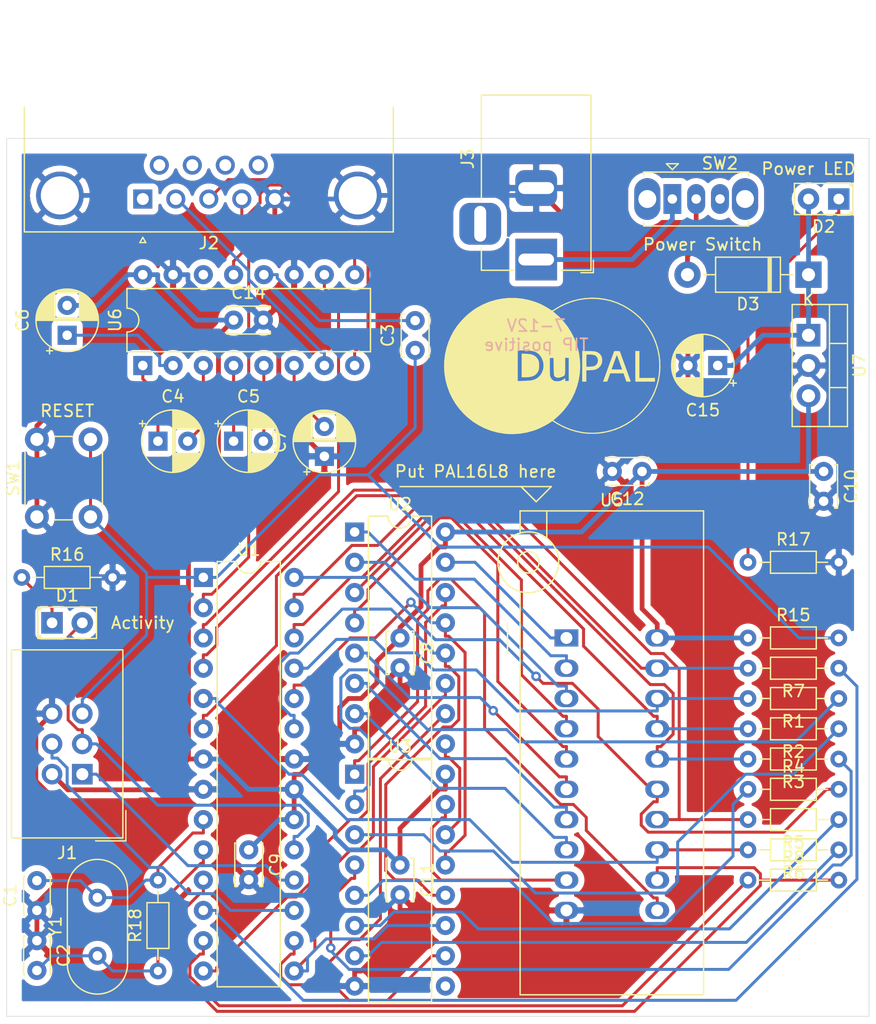
<source format=kicad_pcb>
(kicad_pcb (version 20171130) (host pcbnew "(5.1.5)-3")
  (layers (0 F.Cu signal) (31 B.Cu signal) (34 B.Paste user) (35 F.Paste user) (36 B.SilkS user) (37 F.SilkS user) (38 B.Mask user) (39 F.Mask user) (44 Edge.Cuts user))
  (net 0 "")
  (net 1 /XTAL1)
  (net 2 GND)
  (net 3 /XTAL2)
  (net 4 "Net-(C3-Pad2)")
  (net 5 /~RESET)
  (net 6 "Net-(C4-Pad2)")
  (net 7 "Net-(C4-Pad1)")
  (net 8 "Net-(C5-Pad2)")
  (net 9 "Net-(C5-Pad1)")
  (net 10 VCC)
  (net 11 "Net-(C6-Pad1)")
  (net 12 "Net-(C7-Pad2)")
  (net 13 /RECT_V12)
  (net 14 /SCK)
  (net 15 "Net-(D1-Pad1)")
  (net 16 "Net-(D2-Pad1)")
  (net 17 /SW_12V)
  (net 18 /MOSI)
  (net 19 /MISO)
  (net 20 /RS232-DTR)
  (net 21 /RS232-TX)
  (net 22 /RS232-RX)
  (net 23 +12V)
  (net 24 /PAL_IO1)
  (net 25 "Net-(R1-Pad1)")
  (net 26 /PAL_IO2)
  (net 27 "Net-(R2-Pad1)")
  (net 28 /PAL_IO3)
  (net 29 "Net-(R3-Pad1)")
  (net 30 /PAL_IO4)
  (net 31 "Net-(R4-Pad1)")
  (net 32 /PAL_IO5)
  (net 33 "Net-(R5-Pad1)")
  (net 34 /PAL_IO6)
  (net 35 "Net-(R6-Pad1)")
  (net 36 /PAL_TRIO1)
  (net 37 "Net-(R7-Pad1)")
  (net 38 /PAL_TRIO2)
  (net 39 "Net-(R8-Pad1)")
  (net 40 /SHFT_SER)
  (net 41 /~SHFT_OE)
  (net 42 /SHFT_RCLK)
  (net 43 /TTL-TX)
  (net 44 /~SHFT_RESET)
  (net 45 /TTL-RX)
  (net 46 /SHFT_CLK)
  (net 47 /PAL_I1)
  (net 48 /PAL_I8)
  (net 49 /PAL_I7)
  (net 50 /PAL_I6)
  (net 51 /PAL_I5)
  (net 52 /PAL_I4)
  (net 53 /PAL_I3)
  (net 54 "Net-(U2-Pad9)")
  (net 55 /PAL_I2)
  (net 56 /PAL_I9)
  (net 57 /PAL_I10)
  (module logo:logo (layer F.Cu) (at 74.93 101.6)
    (fp_text reference G*** hide)
    (fp_text value LOGO hide)
  )
  (module Crystal:Crystal_HC49-U_Vertical (layer F.Cu) (at 34.29 138.43 90)
    (fp_text reference Y1 (at 2.44 -3.525 90) (layer F.SilkS))
    (fp_text value 8Mhz)
    (pad 2 thru_hole circle (at 4.88 0 90) (size 1.5 1.5) (drill 0.8) (layers *.Cu *.Mask) (net 1 /XTAL1))
    (pad 1 thru_hole circle (at 0 0 90) (size 1.5 1.5) (drill 0.8) (layers *.Cu *.Mask) (net 3 /XTAL2))
  )
  (module Package_TO_SOT_THT:TO-220-3_Vertical (layer F.Cu) (at 93.98 86.36 270)
    (fp_text reference U7 (at 2.54 -4.27 90) (layer F.SilkS))
    (fp_text value L7805)
    (pad 3 thru_hole oval (at 5.08 0 270) (size 1.905 2) (drill 1.1) (layers *.Cu *.Mask) (net 10 VCC))
    (pad 2 thru_hole oval (at 2.54 0 270) (size 1.905 2) (drill 1.1) (layers *.Cu *.Mask) (net 2 GND))
    (pad 1 thru_hole rect (at 0 0 270) (size 1.905 2) (drill 1.1) (layers *.Cu *.Mask) (net 13 /RECT_V12))
  )
  (module Package_DIP:DIP-16_W7.62mm (layer F.Cu) (at 38.1 88.9 90)
    (fp_text reference U6 (at 3.81 -2.33 90) (layer F.SilkS))
    (fp_text value MAX232)
    (pad 16 thru_hole oval (at 7.62 0 90) (size 1.6 1.6) (drill 0.8) (layers *.Cu *.Mask) (net 10 VCC))
    (pad 8 thru_hole oval (at 0 17.78 90) (size 1.6 1.6) (drill 0.8) (layers *.Cu *.Mask) (net 21 /RS232-TX))
    (pad 15 thru_hole oval (at 7.62 2.54 90) (size 1.6 1.6) (drill 0.8) (layers *.Cu *.Mask) (net 2 GND))
    (pad 7 thru_hole oval (at 0 15.24 90) (size 1.6 1.6) (drill 0.8) (layers *.Cu *.Mask) (net 22 /RS232-RX))
    (pad 14 thru_hole oval (at 7.62 5.08 90) (size 1.6 1.6) (drill 0.8) (layers *.Cu *.Mask))
    (pad 6 thru_hole oval (at 0 12.7 90) (size 1.6 1.6) (drill 0.8) (layers *.Cu *.Mask) (net 12 "Net-(C7-Pad2)"))
    (pad 13 thru_hole oval (at 7.62 7.62 90) (size 1.6 1.6) (drill 0.8) (layers *.Cu *.Mask) (net 20 /RS232-DTR))
    (pad 5 thru_hole oval (at 0 10.16 90) (size 1.6 1.6) (drill 0.8) (layers *.Cu *.Mask) (net 8 "Net-(C5-Pad2)"))
    (pad 12 thru_hole oval (at 7.62 10.16 90) (size 1.6 1.6) (drill 0.8) (layers *.Cu *.Mask) (net 4 "Net-(C3-Pad2)"))
    (pad 4 thru_hole oval (at 0 7.62 90) (size 1.6 1.6) (drill 0.8) (layers *.Cu *.Mask) (net 9 "Net-(C5-Pad1)"))
    (pad 11 thru_hole oval (at 7.62 12.7 90) (size 1.6 1.6) (drill 0.8) (layers *.Cu *.Mask) (net 2 GND))
    (pad 3 thru_hole oval (at 0 5.08 90) (size 1.6 1.6) (drill 0.8) (layers *.Cu *.Mask) (net 6 "Net-(C4-Pad2)"))
    (pad 10 thru_hole oval (at 7.62 15.24 90) (size 1.6 1.6) (drill 0.8) (layers *.Cu *.Mask) (net 43 /TTL-TX))
    (pad 2 thru_hole oval (at 0 2.54 90) (size 1.6 1.6) (drill 0.8) (layers *.Cu *.Mask) (net 11 "Net-(C6-Pad1)"))
    (pad 9 thru_hole oval (at 7.62 17.78 90) (size 1.6 1.6) (drill 0.8) (layers *.Cu *.Mask) (net 45 /TTL-RX))
    (pad 1 thru_hole rect (at 0 0 90) (size 1.6 1.6) (drill 0.8) (layers *.Cu *.Mask) (net 7 "Net-(C4-Pad1)"))
  )
  (module Socket:DIP_Socket-20_W4.3_W5.08_W7.62_W10.16_W10.9_3M_220-3342-00-0602J (layer F.Cu) (at 73.66 111.76)
    (fp_text reference U5 (at 3.81 -11.56) (layer F.SilkS))
    (fp_text value PAL16L8)
    (pad 11 thru_hole oval (at 7.62 22.86) (size 2 1.44) (drill 1) (layers *.Cu *.Mask) (net 57 /PAL_I10))
    (pad 10 thru_hole oval (at 0 22.86) (size 2 1.44) (drill 1) (layers *.Cu *.Mask) (net 2 GND))
    (pad 12 thru_hole oval (at 7.62 20.32) (size 2 1.44) (drill 1) (layers *.Cu *.Mask) (net 38 /PAL_TRIO2))
    (pad 9 thru_hole oval (at 0 20.32) (size 2 1.44) (drill 1) (layers *.Cu *.Mask) (net 56 /PAL_I9))
    (pad 13 thru_hole oval (at 7.62 17.78) (size 2 1.44) (drill 1) (layers *.Cu *.Mask) (net 34 /PAL_IO6))
    (pad 8 thru_hole oval (at 0 17.78) (size 2 1.44) (drill 1) (layers *.Cu *.Mask) (net 48 /PAL_I8))
    (pad 14 thru_hole oval (at 7.62 15.24) (size 2 1.44) (drill 1) (layers *.Cu *.Mask) (net 32 /PAL_IO5))
    (pad 7 thru_hole oval (at 0 15.24) (size 2 1.44) (drill 1) (layers *.Cu *.Mask) (net 49 /PAL_I7))
    (pad 15 thru_hole oval (at 7.62 12.7) (size 2 1.44) (drill 1) (layers *.Cu *.Mask) (net 30 /PAL_IO4))
    (pad 6 thru_hole oval (at 0 12.7) (size 2 1.44) (drill 1) (layers *.Cu *.Mask) (net 50 /PAL_I6))
    (pad 16 thru_hole oval (at 7.62 10.16) (size 2 1.44) (drill 1) (layers *.Cu *.Mask) (net 28 /PAL_IO3))
    (pad 5 thru_hole oval (at 0 10.16) (size 2 1.44) (drill 1) (layers *.Cu *.Mask) (net 51 /PAL_I5))
    (pad 17 thru_hole oval (at 7.62 7.62) (size 2 1.44) (drill 1) (layers *.Cu *.Mask) (net 26 /PAL_IO2))
    (pad 4 thru_hole oval (at 0 7.62) (size 2 1.44) (drill 1) (layers *.Cu *.Mask) (net 52 /PAL_I4))
    (pad 18 thru_hole oval (at 7.62 5.08) (size 2 1.44) (drill 1) (layers *.Cu *.Mask) (net 24 /PAL_IO1))
    (pad 3 thru_hole oval (at 0 5.08) (size 2 1.44) (drill 1) (layers *.Cu *.Mask) (net 53 /PAL_I3))
    (pad 19 thru_hole oval (at 7.62 2.54) (size 2 1.44) (drill 1) (layers *.Cu *.Mask) (net 36 /PAL_TRIO1))
    (pad 2 thru_hole oval (at 0 2.54) (size 2 1.44) (drill 1) (layers *.Cu *.Mask) (net 55 /PAL_I2))
    (pad 20 thru_hole oval (at 7.62 0) (size 2 1.44) (drill 1) (layers *.Cu *.Mask) (net 10 VCC))
    (pad 1 thru_hole rect (at 0 0) (size 2 1.44) (drill 1) (layers *.Cu *.Mask) (net 47 /PAL_I1))
  )
  (module Package_DIP:DIP-16_W7.62mm (layer F.Cu) (at 55.88 123.19)
    (fp_text reference U3 (at 3.81 -2.33) (layer F.SilkS))
    (fp_text value 74HC595)
    (pad 16 thru_hole oval (at 7.62 0) (size 1.6 1.6) (drill 0.8) (layers *.Cu *.Mask) (net 10 VCC))
    (pad 8 thru_hole oval (at 0 17.78) (size 1.6 1.6) (drill 0.8) (layers *.Cu *.Mask) (net 2 GND))
    (pad 15 thru_hole oval (at 7.62 2.54) (size 1.6 1.6) (drill 0.8) (layers *.Cu *.Mask) (net 56 /PAL_I9))
    (pad 7 thru_hole oval (at 0 15.24) (size 1.6 1.6) (drill 0.8) (layers *.Cu *.Mask) (net 35 "Net-(R6-Pad1)"))
    (pad 14 thru_hole oval (at 7.62 5.08) (size 1.6 1.6) (drill 0.8) (layers *.Cu *.Mask) (net 54 "Net-(U2-Pad9)"))
    (pad 6 thru_hole oval (at 0 12.7) (size 1.6 1.6) (drill 0.8) (layers *.Cu *.Mask) (net 33 "Net-(R5-Pad1)"))
    (pad 13 thru_hole oval (at 7.62 7.62) (size 1.6 1.6) (drill 0.8) (layers *.Cu *.Mask) (net 41 /~SHFT_OE))
    (pad 5 thru_hole oval (at 0 10.16) (size 1.6 1.6) (drill 0.8) (layers *.Cu *.Mask) (net 31 "Net-(R4-Pad1)"))
    (pad 12 thru_hole oval (at 7.62 10.16) (size 1.6 1.6) (drill 0.8) (layers *.Cu *.Mask) (net 42 /SHFT_RCLK))
    (pad 4 thru_hole oval (at 0 7.62) (size 1.6 1.6) (drill 0.8) (layers *.Cu *.Mask) (net 29 "Net-(R3-Pad1)"))
    (pad 11 thru_hole oval (at 7.62 12.7) (size 1.6 1.6) (drill 0.8) (layers *.Cu *.Mask) (net 46 /SHFT_CLK))
    (pad 3 thru_hole oval (at 0 5.08) (size 1.6 1.6) (drill 0.8) (layers *.Cu *.Mask) (net 27 "Net-(R2-Pad1)"))
    (pad 10 thru_hole oval (at 7.62 15.24) (size 1.6 1.6) (drill 0.8) (layers *.Cu *.Mask) (net 44 /~SHFT_RESET))
    (pad 2 thru_hole oval (at 0 2.54) (size 1.6 1.6) (drill 0.8) (layers *.Cu *.Mask) (net 25 "Net-(R1-Pad1)"))
    (pad 9 thru_hole oval (at 7.62 17.78) (size 1.6 1.6) (drill 0.8) (layers *.Cu *.Mask))
    (pad 1 thru_hole rect (at 0 0) (size 1.6 1.6) (drill 0.8) (layers *.Cu *.Mask) (net 57 /PAL_I10))
  )
  (module Package_DIP:DIP-16_W7.62mm (layer F.Cu) (at 55.88 102.87)
    (fp_text reference U2 (at 3.81 -2.33) (layer F.SilkS))
    (fp_text value 74HC595)
    (pad 16 thru_hole oval (at 7.62 0) (size 1.6 1.6) (drill 0.8) (layers *.Cu *.Mask) (net 10 VCC))
    (pad 8 thru_hole oval (at 0 17.78) (size 1.6 1.6) (drill 0.8) (layers *.Cu *.Mask) (net 2 GND))
    (pad 15 thru_hole oval (at 7.62 2.54) (size 1.6 1.6) (drill 0.8) (layers *.Cu *.Mask) (net 47 /PAL_I1))
    (pad 7 thru_hole oval (at 0 15.24) (size 1.6 1.6) (drill 0.8) (layers *.Cu *.Mask) (net 48 /PAL_I8))
    (pad 14 thru_hole oval (at 7.62 5.08) (size 1.6 1.6) (drill 0.8) (layers *.Cu *.Mask) (net 40 /SHFT_SER))
    (pad 6 thru_hole oval (at 0 12.7) (size 1.6 1.6) (drill 0.8) (layers *.Cu *.Mask) (net 49 /PAL_I7))
    (pad 13 thru_hole oval (at 7.62 7.62) (size 1.6 1.6) (drill 0.8) (layers *.Cu *.Mask) (net 41 /~SHFT_OE))
    (pad 5 thru_hole oval (at 0 10.16) (size 1.6 1.6) (drill 0.8) (layers *.Cu *.Mask) (net 50 /PAL_I6))
    (pad 12 thru_hole oval (at 7.62 10.16) (size 1.6 1.6) (drill 0.8) (layers *.Cu *.Mask) (net 42 /SHFT_RCLK))
    (pad 4 thru_hole oval (at 0 7.62) (size 1.6 1.6) (drill 0.8) (layers *.Cu *.Mask) (net 51 /PAL_I5))
    (pad 11 thru_hole oval (at 7.62 12.7) (size 1.6 1.6) (drill 0.8) (layers *.Cu *.Mask) (net 46 /SHFT_CLK))
    (pad 3 thru_hole oval (at 0 5.08) (size 1.6 1.6) (drill 0.8) (layers *.Cu *.Mask) (net 52 /PAL_I4))
    (pad 10 thru_hole oval (at 7.62 15.24) (size 1.6 1.6) (drill 0.8) (layers *.Cu *.Mask) (net 44 /~SHFT_RESET))
    (pad 2 thru_hole oval (at 0 2.54) (size 1.6 1.6) (drill 0.8) (layers *.Cu *.Mask) (net 53 /PAL_I3))
    (pad 9 thru_hole oval (at 7.62 17.78) (size 1.6 1.6) (drill 0.8) (layers *.Cu *.Mask) (net 54 "Net-(U2-Pad9)"))
    (pad 1 thru_hole rect (at 0 0) (size 1.6 1.6) (drill 0.8) (layers *.Cu *.Mask) (net 55 /PAL_I2))
  )
  (module Package_DIP:DIP-28_W7.62mm (layer F.Cu) (at 43.18 106.68)
    (fp_text reference U1 (at 3.81 -2.33) (layer F.SilkS))
    (fp_text value ATmega8A-PU)
    (pad 28 thru_hole oval (at 7.62 0) (size 1.6 1.6) (drill 0.8) (layers *.Cu *.Mask) (net 30 /PAL_IO4))
    (pad 14 thru_hole oval (at 0 33.02) (size 1.6 1.6) (drill 0.8) (layers *.Cu *.Mask) (net 40 /SHFT_SER))
    (pad 27 thru_hole oval (at 7.62 2.54) (size 1.6 1.6) (drill 0.8) (layers *.Cu *.Mask) (net 28 /PAL_IO3))
    (pad 13 thru_hole oval (at 0 30.48) (size 1.6 1.6) (drill 0.8) (layers *.Cu *.Mask) (net 39 "Net-(R8-Pad1)"))
    (pad 26 thru_hole oval (at 7.62 5.08) (size 1.6 1.6) (drill 0.8) (layers *.Cu *.Mask) (net 26 /PAL_IO2))
    (pad 12 thru_hole oval (at 0 27.94) (size 1.6 1.6) (drill 0.8) (layers *.Cu *.Mask) (net 37 "Net-(R7-Pad1)"))
    (pad 25 thru_hole oval (at 7.62 7.62) (size 1.6 1.6) (drill 0.8) (layers *.Cu *.Mask) (net 24 /PAL_IO1))
    (pad 11 thru_hole oval (at 0 25.4) (size 1.6 1.6) (drill 0.8) (layers *.Cu *.Mask) (net 38 /PAL_TRIO2))
    (pad 24 thru_hole oval (at 7.62 10.16) (size 1.6 1.6) (drill 0.8) (layers *.Cu *.Mask) (net 41 /~SHFT_OE))
    (pad 10 thru_hole oval (at 0 22.86) (size 1.6 1.6) (drill 0.8) (layers *.Cu *.Mask) (net 3 /XTAL2))
    (pad 23 thru_hole oval (at 7.62 12.7) (size 1.6 1.6) (drill 0.8) (layers *.Cu *.Mask) (net 42 /SHFT_RCLK))
    (pad 9 thru_hole oval (at 0 20.32) (size 1.6 1.6) (drill 0.8) (layers *.Cu *.Mask) (net 1 /XTAL1))
    (pad 22 thru_hole oval (at 7.62 15.24) (size 1.6 1.6) (drill 0.8) (layers *.Cu *.Mask) (net 2 GND))
    (pad 8 thru_hole oval (at 0 17.78) (size 1.6 1.6) (drill 0.8) (layers *.Cu *.Mask) (net 2 GND))
    (pad 21 thru_hole oval (at 7.62 17.78) (size 1.6 1.6) (drill 0.8) (layers *.Cu *.Mask) (net 10 VCC))
    (pad 7 thru_hole oval (at 0 15.24) (size 1.6 1.6) (drill 0.8) (layers *.Cu *.Mask) (net 10 VCC))
    (pad 20 thru_hole oval (at 7.62 20.32) (size 1.6 1.6) (drill 0.8) (layers *.Cu *.Mask) (net 10 VCC))
    (pad 6 thru_hole oval (at 0 12.7) (size 1.6 1.6) (drill 0.8) (layers *.Cu *.Mask) (net 36 /PAL_TRIO1))
    (pad 19 thru_hole oval (at 7.62 22.86) (size 1.6 1.6) (drill 0.8) (layers *.Cu *.Mask) (net 14 /SCK))
    (pad 5 thru_hole oval (at 0 10.16) (size 1.6 1.6) (drill 0.8) (layers *.Cu *.Mask) (net 34 /PAL_IO6))
    (pad 18 thru_hole oval (at 7.62 25.4) (size 1.6 1.6) (drill 0.8) (layers *.Cu *.Mask) (net 19 /MISO))
    (pad 4 thru_hole oval (at 0 7.62) (size 1.6 1.6) (drill 0.8) (layers *.Cu *.Mask) (net 32 /PAL_IO5))
    (pad 17 thru_hole oval (at 7.62 27.94) (size 1.6 1.6) (drill 0.8) (layers *.Cu *.Mask) (net 18 /MOSI))
    (pad 3 thru_hole oval (at 0 5.08) (size 1.6 1.6) (drill 0.8) (layers *.Cu *.Mask) (net 43 /TTL-TX))
    (pad 16 thru_hole oval (at 7.62 30.48) (size 1.6 1.6) (drill 0.8) (layers *.Cu *.Mask) (net 44 /~SHFT_RESET))
    (pad 2 thru_hole oval (at 0 2.54) (size 1.6 1.6) (drill 0.8) (layers *.Cu *.Mask) (net 45 /TTL-RX))
    (pad 15 thru_hole oval (at 7.62 33.02) (size 1.6 1.6) (drill 0.8) (layers *.Cu *.Mask) (net 46 /SHFT_CLK))
    (pad 1 thru_hole rect (at 0 0) (size 1.6 1.6) (drill 0.8) (layers *.Cu *.Mask) (net 5 /~RESET))
  )
  (module Button_Switch_THT:SW_Slide_1P2T_CK_OS102011MS2Q (layer F.Cu) (at 82.55 74.93)
    (fp_text reference SW2 (at 3.99 -2.99) (layer F.SilkS))
    (fp_text value Power)
    (pad "" thru_hole oval (at 6.1 0) (size 2.2 3.5) (drill 1.5) (layers *.Cu *.Mask))
    (pad "" thru_hole oval (at -2.1 0) (size 2.2 3.5) (drill 1.5) (layers *.Cu *.Mask))
    (pad 3 thru_hole oval (at 4 0) (size 1.5 2.5) (drill 0.8) (layers *.Cu *.Mask))
    (pad 2 thru_hole oval (at 2 0) (size 1.5 2.5) (drill 0.8) (layers *.Cu *.Mask) (net 17 /SW_12V))
    (pad 1 thru_hole rect (at 0 0) (size 1.5 2.5) (drill 0.8) (layers *.Cu *.Mask) (net 23 +12V))
  )
  (module Button_Switch_THT:SW_PUSH_6mm (layer F.Cu) (at 29.21 101.6 90)
    (fp_text reference SW1 (at 3.25 -2 90) (layer F.SilkS))
    (fp_text value SW_Push)
    (pad 1 thru_hole circle (at 6.5 0 180) (size 2 2) (drill 1.1) (layers *.Cu *.Mask) (net 2 GND))
    (pad 2 thru_hole circle (at 6.5 4.5 180) (size 2 2) (drill 1.1) (layers *.Cu *.Mask) (net 5 /~RESET))
    (pad 1 thru_hole circle (at 0 0 180) (size 2 2) (drill 1.1) (layers *.Cu *.Mask) (net 2 GND))
    (pad 2 thru_hole circle (at 0 4.5 180) (size 2 2) (drill 1.1) (layers *.Cu *.Mask) (net 5 /~RESET))
  )
  (module Resistor_THT:R_Axial_DIN0204_L3.6mm_D1.6mm_P7.62mm_Horizontal (layer F.Cu) (at 39.37 139.7 90)
    (fp_text reference R18 (at 3.81 -1.92 90) (layer F.SilkS))
    (fp_text value 1M)
    (pad 2 thru_hole oval (at 7.62 0 90) (size 1.4 1.4) (drill 0.7) (layers *.Cu *.Mask) (net 1 /XTAL1))
    (pad 1 thru_hole circle (at 0 0 90) (size 1.4 1.4) (drill 0.7) (layers *.Cu *.Mask) (net 3 /XTAL2))
  )
  (module Resistor_THT:R_Axial_DIN0204_L3.6mm_D1.6mm_P7.62mm_Horizontal (layer F.Cu) (at 88.9 105.41)
    (fp_text reference R17 (at 3.81 -1.92) (layer F.SilkS))
    (fp_text value 1.2K)
    (pad 2 thru_hole oval (at 7.62 0) (size 1.4 1.4) (drill 0.7) (layers *.Cu *.Mask) (net 2 GND))
    (pad 1 thru_hole circle (at 0 0) (size 1.4 1.4) (drill 0.7) (layers *.Cu *.Mask) (net 16 "Net-(D2-Pad1)"))
  )
  (module Resistor_THT:R_Axial_DIN0204_L3.6mm_D1.6mm_P7.62mm_Horizontal (layer F.Cu) (at 27.94 106.68)
    (fp_text reference R16 (at 3.81 -1.92) (layer F.SilkS))
    (fp_text value 470)
    (pad 2 thru_hole oval (at 7.62 0) (size 1.4 1.4) (drill 0.7) (layers *.Cu *.Mask) (net 2 GND))
    (pad 1 thru_hole circle (at 0 0) (size 1.4 1.4) (drill 0.7) (layers *.Cu *.Mask) (net 15 "Net-(D1-Pad1)"))
  )
  (module Resistor_THT:R_Axial_DIN0204_L3.6mm_D1.6mm_P7.62mm_Horizontal (layer F.Cu) (at 88.9 111.76)
    (fp_text reference R15 (at 3.81 -1.92) (layer F.SilkS))
    (fp_text value 10K)
    (pad 2 thru_hole oval (at 7.62 0) (size 1.4 1.4) (drill 0.7) (layers *.Cu *.Mask) (net 5 /~RESET))
    (pad 1 thru_hole circle (at 0 0) (size 1.4 1.4) (drill 0.7) (layers *.Cu *.Mask) (net 10 VCC))
  )
  (module Resistor_THT:R_Axial_DIN0204_L3.6mm_D1.6mm_P7.62mm_Horizontal (layer F.Cu) (at 88.9 132.08)
    (fp_text reference R8 (at 3.81 -1.92) (layer F.SilkS))
    (fp_text value 10K)
    (pad 2 thru_hole oval (at 7.62 0) (size 1.4 1.4) (drill 0.7) (layers *.Cu *.Mask) (net 38 /PAL_TRIO2))
    (pad 1 thru_hole circle (at 0 0) (size 1.4 1.4) (drill 0.7) (layers *.Cu *.Mask) (net 39 "Net-(R8-Pad1)"))
  )
  (module Resistor_THT:R_Axial_DIN0204_L3.6mm_D1.6mm_P7.62mm_Horizontal (layer F.Cu) (at 96.52 114.3 180)
    (fp_text reference R7 (at 3.81 -1.92) (layer F.SilkS))
    (fp_text value 10K)
    (pad 2 thru_hole oval (at 7.62 0 180) (size 1.4 1.4) (drill 0.7) (layers *.Cu *.Mask) (net 36 /PAL_TRIO1))
    (pad 1 thru_hole circle (at 0 0 180) (size 1.4 1.4) (drill 0.7) (layers *.Cu *.Mask) (net 37 "Net-(R7-Pad1)"))
  )
  (module Resistor_THT:R_Axial_DIN0204_L3.6mm_D1.6mm_P7.62mm_Horizontal (layer F.Cu) (at 96.52 129.54 180)
    (fp_text reference R6 (at 3.81 -1.92) (layer F.SilkS))
    (fp_text value 10K)
    (pad 2 thru_hole oval (at 7.62 0 180) (size 1.4 1.4) (drill 0.7) (layers *.Cu *.Mask) (net 34 /PAL_IO6))
    (pad 1 thru_hole circle (at 0 0 180) (size 1.4 1.4) (drill 0.7) (layers *.Cu *.Mask) (net 35 "Net-(R6-Pad1)"))
  )
  (module Resistor_THT:R_Axial_DIN0204_L3.6mm_D1.6mm_P7.62mm_Horizontal (layer F.Cu) (at 96.52 127 180)
    (fp_text reference R5 (at 3.81 -1.92) (layer F.SilkS))
    (fp_text value 10K)
    (pad 2 thru_hole oval (at 7.62 0 180) (size 1.4 1.4) (drill 0.7) (layers *.Cu *.Mask) (net 32 /PAL_IO5))
    (pad 1 thru_hole circle (at 0 0 180) (size 1.4 1.4) (drill 0.7) (layers *.Cu *.Mask) (net 33 "Net-(R5-Pad1)"))
  )
  (module Resistor_THT:R_Axial_DIN0204_L3.6mm_D1.6mm_P7.62mm_Horizontal (layer F.Cu) (at 88.9 124.46)
    (fp_text reference R4 (at 3.81 -1.92) (layer F.SilkS))
    (fp_text value 10K)
    (pad 2 thru_hole oval (at 7.62 0) (size 1.4 1.4) (drill 0.7) (layers *.Cu *.Mask) (net 30 /PAL_IO4))
    (pad 1 thru_hole circle (at 0 0) (size 1.4 1.4) (drill 0.7) (layers *.Cu *.Mask) (net 31 "Net-(R4-Pad1)"))
  )
  (module Resistor_THT:R_Axial_DIN0204_L3.6mm_D1.6mm_P7.62mm_Horizontal (layer F.Cu) (at 96.52 121.92 180)
    (fp_text reference R3 (at 3.81 -1.92) (layer F.SilkS))
    (fp_text value 10K)
    (pad 2 thru_hole oval (at 7.62 0 180) (size 1.4 1.4) (drill 0.7) (layers *.Cu *.Mask) (net 28 /PAL_IO3))
    (pad 1 thru_hole circle (at 0 0 180) (size 1.4 1.4) (drill 0.7) (layers *.Cu *.Mask) (net 29 "Net-(R3-Pad1)"))
  )
  (module Resistor_THT:R_Axial_DIN0204_L3.6mm_D1.6mm_P7.62mm_Horizontal (layer F.Cu) (at 96.52 119.38 180)
    (fp_text reference R2 (at 3.81 -1.92) (layer F.SilkS))
    (fp_text value 10K)
    (pad 2 thru_hole oval (at 7.62 0 180) (size 1.4 1.4) (drill 0.7) (layers *.Cu *.Mask) (net 26 /PAL_IO2))
    (pad 1 thru_hole circle (at 0 0 180) (size 1.4 1.4) (drill 0.7) (layers *.Cu *.Mask) (net 27 "Net-(R2-Pad1)"))
  )
  (module Resistor_THT:R_Axial_DIN0204_L3.6mm_D1.6mm_P7.62mm_Horizontal (layer F.Cu) (at 96.52 116.84 180)
    (fp_text reference R1 (at 3.81 -1.92) (layer F.SilkS))
    (fp_text value 10K)
    (pad 2 thru_hole oval (at 7.62 0 180) (size 1.4 1.4) (drill 0.7) (layers *.Cu *.Mask) (net 24 /PAL_IO1))
    (pad 1 thru_hole circle (at 0 0 180) (size 1.4 1.4) (drill 0.7) (layers *.Cu *.Mask) (net 25 "Net-(R1-Pad1)"))
  )
  (module Connector_BarrelJack:BarrelJack_Horizontal (layer F.Cu) (at 71.12 80.01 270)
    (fp_text reference J3 (at -8.45 5.75 90) (layer F.SilkS))
    (fp_text value "Power IN")
    (pad 3 thru_hole roundrect (at -3 4.7 270) (size 3.5 3.5) (drill oval 3 1) (layers *.Cu *.Mask))
    (pad 2 thru_hole roundrect (at -6 0 270) (size 3 3.5) (drill oval 1 3) (layers *.Cu *.Mask) (net 2 GND))
    (pad 1 thru_hole rect (at 0 0 270) (size 3.5 3.5) (drill oval 1 3) (layers *.Cu *.Mask) (net 23 +12V))
  )
  (module Connector_Dsub:DSUB-9_Female_Horizontal_P2.77x2.84mm_EdgePinOffset4.94mm_Housed_MountingHolesOffset7.48mm (layer F.Cu) (at 38.1 74.93 180)
    (fp_text reference J2 (at -5.54 -3.7) (layer F.SilkS))
    (fp_text value RS232)
    (pad 0 thru_hole circle (at 6.96 0.3 180) (size 4 4) (drill 3.2) (layers *.Cu *.Mask) (net 2 GND))
    (pad 0 thru_hole circle (at -18.04 0.3 180) (size 4 4) (drill 3.2) (layers *.Cu *.Mask) (net 2 GND))
    (pad 9 thru_hole circle (at -9.695 2.84 180) (size 1.6 1.6) (drill 1) (layers *.Cu *.Mask))
    (pad 8 thru_hole circle (at -6.925 2.84 180) (size 1.6 1.6) (drill 1) (layers *.Cu *.Mask))
    (pad 7 thru_hole circle (at -4.155 2.84 180) (size 1.6 1.6) (drill 1) (layers *.Cu *.Mask))
    (pad 6 thru_hole circle (at -1.385 2.84 180) (size 1.6 1.6) (drill 1) (layers *.Cu *.Mask))
    (pad 5 thru_hole circle (at -11.08 0 180) (size 1.6 1.6) (drill 1) (layers *.Cu *.Mask) (net 2 GND))
    (pad 4 thru_hole circle (at -8.31 0 180) (size 1.6 1.6) (drill 1) (layers *.Cu *.Mask) (net 20 /RS232-DTR))
    (pad 3 thru_hole circle (at -5.54 0 180) (size 1.6 1.6) (drill 1) (layers *.Cu *.Mask) (net 21 /RS232-TX))
    (pad 2 thru_hole circle (at -2.77 0 180) (size 1.6 1.6) (drill 1) (layers *.Cu *.Mask) (net 22 /RS232-RX))
    (pad 1 thru_hole rect (at 0 0 180) (size 1.6 1.6) (drill 1) (layers *.Cu *.Mask))
  )
  (module Connector_IDC:IDC-Header_2x03_P2.54mm_Vertical (layer F.Cu) (at 33.02 123.19 180)
    (fp_text reference J1 (at 1.27 -6.604) (layer F.SilkS))
    (fp_text value AVR-ISP-6)
    (pad 6 thru_hole oval (at 2.54 5.08 180) (size 1.7272 1.7272) (drill 1.016) (layers *.Cu *.Mask) (net 2 GND))
    (pad 5 thru_hole oval (at 0 5.08 180) (size 1.7272 1.7272) (drill 1.016) (layers *.Cu *.Mask) (net 5 /~RESET))
    (pad 4 thru_hole oval (at 2.54 2.54 180) (size 1.7272 1.7272) (drill 1.016) (layers *.Cu *.Mask) (net 18 /MOSI))
    (pad 3 thru_hole oval (at 0 2.54 180) (size 1.7272 1.7272) (drill 1.016) (layers *.Cu *.Mask) (net 14 /SCK))
    (pad 2 thru_hole oval (at 2.54 0 180) (size 1.7272 1.7272) (drill 1.016) (layers *.Cu *.Mask) (net 10 VCC))
    (pad 1 thru_hole rect (at 0 0 180) (size 1.7272 1.7272) (drill 1.016) (layers *.Cu *.Mask) (net 19 /MISO))
  )
  (module Diode_THT:D_DO-41_SOD81_P10.16mm_Horizontal (layer F.Cu) (at 93.98 81.28 180)
    (fp_text reference D3 (at 5.08 -2.47) (layer F.SilkS))
    (fp_text value 1N4001)
    (fp_text user K (at 0 -2.1) (layer F.SilkS))
    (pad 2 thru_hole oval (at 10.16 0 180) (size 2.2 2.2) (drill 1.1) (layers *.Cu *.Mask) (net 17 /SW_12V))
    (pad 1 thru_hole rect (at 0 0 180) (size 2.2 2.2) (drill 1.1) (layers *.Cu *.Mask) (net 13 /RECT_V12))
  )
  (module LED_THT:LED_D2.0mm_W4.8mm_H2.5mm_FlatTop (layer F.Cu) (at 96.52 74.93 180)
    (fp_text reference D2 (at 1.27 -2.31) (layer F.SilkS))
    (fp_text value POWER_LED)
    (pad 2 thru_hole circle (at 2.54 0 180) (size 1.8 1.8) (drill 0.9) (layers *.Cu *.Mask) (net 13 /RECT_V12))
    (pad 1 thru_hole rect (at 0 0 180) (size 1.8 1.8) (drill 0.9) (layers *.Cu *.Mask) (net 16 "Net-(D2-Pad1)"))
  )
  (module LED_THT:LED_D2.0mm_W4.8mm_H2.5mm_FlatTop (layer F.Cu) (at 30.48 110.49)
    (fp_text reference D1 (at 1.27 -2.31) (layer F.SilkS))
    (fp_text value DATA_LED)
    (pad 2 thru_hole circle (at 2.54 0) (size 1.8 1.8) (drill 0.9) (layers *.Cu *.Mask) (net 14 /SCK))
    (pad 1 thru_hole rect (at 0 0) (size 1.8 1.8) (drill 0.9) (layers *.Cu *.Mask) (net 15 "Net-(D1-Pad1)"))
  )
  (module Capacitor_THT:CP_Radial_D5.0mm_P2.50mm (layer F.Cu) (at 86.36 88.9 180)
    (fp_text reference C15 (at 1.25 -3.75) (layer F.SilkS))
    (fp_text value 0.22uF)
    (pad 2 thru_hole circle (at 2.5 0 180) (size 1.6 1.6) (drill 0.8) (layers *.Cu *.Mask) (net 2 GND))
    (pad 1 thru_hole rect (at 0 0 180) (size 1.6 1.6) (drill 0.8) (layers *.Cu *.Mask) (net 13 /RECT_V12))
  )
  (module Capacitor_THT:C_Disc_D3.4mm_W2.1mm_P2.50mm (layer F.Cu) (at 45.72 85.09)
    (fp_text reference C14 (at 1.25 -2.3) (layer F.SilkS))
    (fp_text value 100nF)
    (pad 2 thru_hole circle (at 2.5 0) (size 1.6 1.6) (drill 0.8) (layers *.Cu *.Mask) (net 2 GND))
    (pad 1 thru_hole circle (at 0 0) (size 1.6 1.6) (drill 0.8) (layers *.Cu *.Mask) (net 10 VCC))
  )
  (module Capacitor_THT:C_Disc_D3.4mm_W2.1mm_P2.50mm (layer F.Cu) (at 80.01 97.79 180)
    (fp_text reference C12 (at 1.25 -2.3) (layer F.SilkS))
    (fp_text value 100nF)
    (pad 2 thru_hole circle (at 2.5 0 180) (size 1.6 1.6) (drill 0.8) (layers *.Cu *.Mask) (net 2 GND))
    (pad 1 thru_hole circle (at 0 0 180) (size 1.6 1.6) (drill 0.8) (layers *.Cu *.Mask) (net 10 VCC))
  )
  (module Capacitor_THT:C_Disc_D3.4mm_W2.1mm_P2.50mm (layer F.Cu) (at 59.69 130.81 270)
    (fp_text reference C11 (at 1.25 -2.3 90) (layer F.SilkS))
    (fp_text value 100nF)
    (pad 2 thru_hole circle (at 2.5 0 270) (size 1.6 1.6) (drill 0.8) (layers *.Cu *.Mask) (net 2 GND))
    (pad 1 thru_hole circle (at 0 0 270) (size 1.6 1.6) (drill 0.8) (layers *.Cu *.Mask) (net 10 VCC))
  )
  (module Capacitor_THT:C_Disc_D3.4mm_W2.1mm_P2.50mm (layer F.Cu) (at 95.25 97.79 270)
    (fp_text reference C10 (at 1.25 -2.3 90) (layer F.SilkS))
    (fp_text value 100nF)
    (pad 2 thru_hole circle (at 2.5 0 270) (size 1.6 1.6) (drill 0.8) (layers *.Cu *.Mask) (net 2 GND))
    (pad 1 thru_hole circle (at 0 0 270) (size 1.6 1.6) (drill 0.8) (layers *.Cu *.Mask) (net 10 VCC))
  )
  (module Capacitor_THT:C_Disc_D3.4mm_W2.1mm_P2.50mm (layer F.Cu) (at 46.99 129.54 270)
    (fp_text reference C9 (at 1.25 -2.3 90) (layer F.SilkS))
    (fp_text value 100nF)
    (pad 2 thru_hole circle (at 2.5 0 270) (size 1.6 1.6) (drill 0.8) (layers *.Cu *.Mask) (net 2 GND))
    (pad 1 thru_hole circle (at 0 0 270) (size 1.6 1.6) (drill 0.8) (layers *.Cu *.Mask) (net 10 VCC))
  )
  (module Capacitor_THT:C_Disc_D3.4mm_W2.1mm_P2.50mm (layer F.Cu) (at 59.69 111.76 270)
    (fp_text reference C8 (at 1.25 -2.3 90) (layer F.SilkS))
    (fp_text value 100nF)
    (pad 2 thru_hole circle (at 2.5 0 270) (size 1.6 1.6) (drill 0.8) (layers *.Cu *.Mask) (net 2 GND))
    (pad 1 thru_hole circle (at 0 0 270) (size 1.6 1.6) (drill 0.8) (layers *.Cu *.Mask) (net 10 VCC))
  )
  (module Capacitor_THT:CP_Radial_D5.0mm_P2.50mm (layer F.Cu) (at 53.34 96.52 90)
    (fp_text reference C7 (at 1.25 -3.75 90) (layer F.SilkS))
    (fp_text value 1.0uF)
    (pad 2 thru_hole circle (at 2.5 0 90) (size 1.6 1.6) (drill 0.8) (layers *.Cu *.Mask) (net 12 "Net-(C7-Pad2)"))
    (pad 1 thru_hole rect (at 0 0 90) (size 1.6 1.6) (drill 0.8) (layers *.Cu *.Mask) (net 2 GND))
  )
  (module Capacitor_THT:CP_Radial_D5.0mm_P2.50mm (layer F.Cu) (at 31.75 86.36 90)
    (fp_text reference C6 (at 1.25 -3.75 90) (layer F.SilkS))
    (fp_text value 1.0uF)
    (pad 2 thru_hole circle (at 2.5 0 90) (size 1.6 1.6) (drill 0.8) (layers *.Cu *.Mask) (net 10 VCC))
    (pad 1 thru_hole rect (at 0 0 90) (size 1.6 1.6) (drill 0.8) (layers *.Cu *.Mask) (net 11 "Net-(C6-Pad1)"))
  )
  (module Capacitor_THT:CP_Radial_D5.0mm_P2.50mm (layer F.Cu) (at 45.72 95.25)
    (fp_text reference C5 (at 1.25 -3.75) (layer F.SilkS))
    (fp_text value 1.0uF)
    (pad 2 thru_hole circle (at 2.5 0) (size 1.6 1.6) (drill 0.8) (layers *.Cu *.Mask) (net 8 "Net-(C5-Pad2)"))
    (pad 1 thru_hole rect (at 0 0) (size 1.6 1.6) (drill 0.8) (layers *.Cu *.Mask) (net 9 "Net-(C5-Pad1)"))
  )
  (module Capacitor_THT:CP_Radial_D5.0mm_P2.50mm (layer F.Cu) (at 39.37 95.25)
    (fp_text reference C4 (at 1.25 -3.75) (layer F.SilkS))
    (fp_text value 1.0uF)
    (pad 2 thru_hole circle (at 2.5 0) (size 1.6 1.6) (drill 0.8) (layers *.Cu *.Mask) (net 6 "Net-(C4-Pad2)"))
    (pad 1 thru_hole rect (at 0 0) (size 1.6 1.6) (drill 0.8) (layers *.Cu *.Mask) (net 7 "Net-(C4-Pad1)"))
  )
  (module Capacitor_THT:C_Disc_D3.4mm_W2.1mm_P2.50mm (layer F.Cu) (at 60.96 87.63 90)
    (fp_text reference C3 (at 1.25 -2.3 90) (layer F.SilkS))
    (fp_text value 100nF)
    (pad 2 thru_hole circle (at 2.5 0 90) (size 1.6 1.6) (drill 0.8) (layers *.Cu *.Mask) (net 4 "Net-(C3-Pad2)"))
    (pad 1 thru_hole circle (at 0 0 90) (size 1.6 1.6) (drill 0.8) (layers *.Cu *.Mask) (net 5 /~RESET))
  )
  (module Capacitor_THT:C_Disc_D3.0mm_W2.0mm_P2.50mm (layer F.Cu) (at 29.21 137.16 270)
    (fp_text reference C2 (at 1.25 -2.25 90) (layer F.SilkS))
    (fp_text value 22pF)
    (pad 2 thru_hole circle (at 2.5 0 270) (size 1.6 1.6) (drill 0.8) (layers *.Cu *.Mask) (net 3 /XTAL2))
    (pad 1 thru_hole circle (at 0 0 270) (size 1.6 1.6) (drill 0.8) (layers *.Cu *.Mask) (net 2 GND))
  )
  (module Capacitor_THT:C_Disc_D3.0mm_W2.0mm_P2.50mm (layer F.Cu) (at 29.21 134.62 90)
    (fp_text reference C1 (at 1.25 -2.25 90) (layer F.SilkS))
    (fp_text value 22pF)
    (pad 2 thru_hole circle (at 2.5 0 90) (size 1.6 1.6) (drill 0.8) (layers *.Cu *.Mask) (net 1 /XTAL1))
    (pad 1 thru_hole circle (at 0 0 90) (size 1.6 1.6) (drill 0.8) (layers *.Cu *.Mask) (net 2 GND))
  )
  (gr_text "Power LED" (at 93.98 72.39) (layer F.SilkS) (effects (font (size 1 1))))
  (gr_text Activity (at 38.1 110.49) (layer F.SilkS) (effects (font (size 1 1))))
  (gr_text RESET (at 31.75 92.71) (layer F.SilkS) (effects (font (size 1 1))))
  (gr_text "7-12V\nTIP positive" (at 71.12 86.36) (layer B.SilkS) (effects (font (size 1 1)) (justify mirror)))
  (gr_text "Power Switch" (at 85.09 78.74) (layer F.SilkS) (effects (font (size 1 1))))
  (gr_line (start 72.39 99.06) (end 71.12 100.33) (layer F.SilkS) (width 0.12))
  (gr_line (start 69.85 99.06) (end 71.12 100.33) (layer F.SilkS) (width 0.12))
  (gr_line (start 71.12 100.33) (end 69.85 99.06) (layer F.SilkS) (width 0.12))
  (gr_line (start 59.69 99.06) (end 72.39 99.06) (layer F.SilkS) (width 0.12))
  (gr_text "Put PAL16L8 here" (at 66.04 97.79) (layer F.SilkS) (effects (font (size 1 1))))
  (gr_line (start 99.06 69.85) (end 26.67 69.85) (layer Edge.Cuts) (width 0.05))
  (gr_line (start 99.06 143.51) (end 99.06 69.85) (layer Edge.Cuts) (width 0.05))
  (gr_line (start 26.67 143.51) (end 99.06 143.51) (layer Edge.Cuts) (width 0.05))
  (gr_line (start 26.67 69.85) (end 26.67 143.51) (layer Edge.Cuts) (width 0.05))
  (segment (start 39.37 132.08) (end 39.37 131.0547) (width 0.25) (layer F.Cu) (net 1))
  (segment (start 43.18 127) (end 43.18 128.1253) (width 0.25) (layer F.Cu) (net 1))
  (segment (start 43.18 128.1253) (end 42.2994 128.1253) (width 0.25) (layer F.Cu) (net 1))
  (segment (start 42.2994 128.1253) (end 39.37 131.0547) (width 0.25) (layer F.Cu) (net 1))
  (segment (start 39.37 132.08) (end 38.3447 132.08) (width 0.25) (layer B.Cu) (net 1))
  (segment (start 38.3447 132.08) (end 36.8747 133.55) (width 0.25) (layer B.Cu) (net 1))
  (segment (start 36.8747 133.55) (end 34.29 133.55) (width 0.25) (layer B.Cu) (net 1))
  (segment (start 29.21 132.12) (end 32.86 132.12) (width 0.25) (layer B.Cu) (net 1))
  (segment (start 32.86 132.12) (end 34.29 133.55) (width 0.25) (layer B.Cu) (net 1))
  (segment (start 56.14 74.63) (end 70.5 74.63) (width 0.4) (layer B.Cu) (net 2))
  (segment (start 70.5 74.63) (end 71.12 74.01) (width 0.4) (layer B.Cu) (net 2))
  (segment (start 49.18 74.93) (end 55.84 74.93) (width 0.4) (layer B.Cu) (net 2))
  (segment (start 55.84 74.93) (end 56.14 74.63) (width 0.4) (layer B.Cu) (net 2))
  (segment (start 46.99 132.04) (end 48.3 133.35) (width 0.4) (layer B.Cu) (net 2))
  (segment (start 48.3 133.35) (end 52.3606 133.35) (width 0.4) (layer B.Cu) (net 2))
  (segment (start 52.3606 133.35) (end 53.6306 134.62) (width 0.4) (layer B.Cu) (net 2))
  (segment (start 53.6306 134.62) (end 58.38 134.62) (width 0.4) (layer B.Cu) (net 2))
  (segment (start 58.38 134.62) (end 59.69 133.31) (width 0.4) (layer B.Cu) (net 2))
  (segment (start 95.25 100.29) (end 96.52 101.56) (width 0.4) (layer B.Cu) (net 2))
  (segment (start 96.52 101.56) (end 96.52 105.41) (width 0.4) (layer B.Cu) (net 2))
  (segment (start 93.7379 89.1421) (end 96.5129 91.9171) (width 0.4) (layer B.Cu) (net 2))
  (segment (start 96.5129 91.9171) (end 96.5129 99.0271) (width 0.4) (layer B.Cu) (net 2))
  (segment (start 96.5129 99.0271) (end 95.25 100.29) (width 0.4) (layer B.Cu) (net 2))
  (segment (start 59.69 134.62) (end 59.69 136.4278) (width 0.4) (layer F.Cu) (net 2))
  (segment (start 59.69 136.4278) (end 56.3981 139.7197) (width 0.4) (layer F.Cu) (net 2))
  (segment (start 56.3981 139.7197) (end 55.88 139.7197) (width 0.4) (layer F.Cu) (net 2))
  (segment (start 59.69 133.31) (end 59.69 134.62) (width 0.4) (layer F.Cu) (net 2))
  (segment (start 73.66 134.62) (end 59.69 134.62) (width 0.4) (layer F.Cu) (net 2))
  (segment (start 55.88 140.97) (end 55.88 139.7197) (width 0.4) (layer F.Cu) (net 2))
  (segment (start 45.7386 124.46) (end 43.18 124.46) (width 0.4) (layer F.Cu) (net 2))
  (segment (start 34.301 128.9332) (end 37.8901 125.3441) (width 0.4) (layer F.Cu) (net 2))
  (segment (start 37.8901 125.3441) (end 41.0456 125.3441) (width 0.4) (layer F.Cu) (net 2))
  (segment (start 41.0456 125.3441) (end 41.9297 124.46) (width 0.4) (layer F.Cu) (net 2))
  (segment (start 29.21 134.62) (end 29.21 134.0242) (width 0.4) (layer F.Cu) (net 2))
  (segment (start 29.21 134.0242) (end 34.301 128.9332) (width 0.4) (layer F.Cu) (net 2))
  (segment (start 34.301 128.9332) (end 29.119 123.7513) (width 0.4) (layer F.Cu) (net 2))
  (segment (start 29.119 123.7513) (end 29.119 119.471) (width 0.4) (layer F.Cu) (net 2))
  (segment (start 29.119 119.471) (end 30.48 118.11) (width 0.4) (layer F.Cu) (net 2))
  (segment (start 43.18 124.46) (end 41.9297 124.46) (width 0.4) (layer F.Cu) (net 2))
  (segment (start 49.5497 121.92) (end 47.0097 124.46) (width 0.4) (layer F.Cu) (net 2))
  (segment (start 47.0097 124.46) (end 45.7386 124.46) (width 0.4) (layer F.Cu) (net 2))
  (segment (start 46.99 132.04) (end 45.7386 130.7886) (width 0.4) (layer F.Cu) (net 2))
  (segment (start 45.7386 130.7886) (end 45.7386 124.46) (width 0.4) (layer F.Cu) (net 2))
  (segment (start 29.21 137.16) (end 29.21 134.62) (width 0.4) (layer F.Cu) (net 2))
  (segment (start 93.7379 89.1421) (end 93.98 88.9) (width 0.4) (layer B.Cu) (net 2))
  (segment (start 83.86 88.9) (end 85.1209 90.1609) (width 0.4) (layer B.Cu) (net 2))
  (segment (start 85.1209 90.1609) (end 92.7191 90.1609) (width 0.4) (layer B.Cu) (net 2))
  (segment (start 92.7191 90.1609) (end 93.7379 89.1421) (width 0.4) (layer B.Cu) (net 2))
  (segment (start 71.12 74.01) (end 83.86 86.75) (width 0.4) (layer F.Cu) (net 2))
  (segment (start 83.86 86.75) (end 83.86 88.9) (width 0.4) (layer F.Cu) (net 2))
  (segment (start 34.4488 106.68) (end 35.56 106.68) (width 0.4) (layer B.Cu) (net 2))
  (segment (start 29.21 101.6) (end 34.29 106.68) (width 0.4) (layer B.Cu) (net 2))
  (segment (start 34.29 106.68) (end 34.4488 106.68) (width 0.4) (layer B.Cu) (net 2))
  (segment (start 34.4488 106.68) (end 34.4488 112.8273) (width 0.4) (layer B.Cu) (net 2))
  (segment (start 34.4488 112.8273) (end 30.48 116.7961) (width 0.4) (layer B.Cu) (net 2))
  (segment (start 30.48 118.11) (end 30.48 116.7961) (width 0.4) (layer B.Cu) (net 2))
  (segment (start 29.21 95.1) (end 29.21 93.9603) (width 0.4) (layer F.Cu) (net 2))
  (segment (start 29.21 93.9603) (end 40.64 82.5303) (width 0.4) (layer F.Cu) (net 2))
  (segment (start 29.21 101.6) (end 29.21 95.1) (width 0.4) (layer F.Cu) (net 2))
  (segment (start 40.64 81.28) (end 40.64 82.5303) (width 0.4) (layer F.Cu) (net 2))
  (segment (start 50.8 121.92) (end 49.5497 121.92) (width 0.4) (layer F.Cu) (net 2))
  (segment (start 59.69 114.26) (end 59.69 116.1078) (width 0.4) (layer F.Cu) (net 2))
  (segment (start 59.69 116.1078) (end 56.3981 119.3997) (width 0.4) (layer F.Cu) (net 2))
  (segment (start 56.3981 119.3997) (end 55.88 119.3997) (width 0.4) (layer F.Cu) (net 2))
  (segment (start 40.64 81.28) (end 41.8903 81.28) (width 0.4) (layer B.Cu) (net 2))
  (segment (start 48.22 85.09) (end 46.5876 83.4576) (width 0.4) (layer B.Cu) (net 2))
  (segment (start 46.5876 83.4576) (end 43.5498 83.4576) (width 0.4) (layer B.Cu) (net 2))
  (segment (start 43.5498 83.4576) (end 41.8903 81.7981) (width 0.4) (layer B.Cu) (net 2))
  (segment (start 41.8903 81.7981) (end 41.8903 81.28) (width 0.4) (layer B.Cu) (net 2))
  (segment (start 55.88 120.65) (end 54.6297 120.65) (width 0.4) (layer B.Cu) (net 2))
  (segment (start 50.8 121.92) (end 53.3597 121.92) (width 0.4) (layer B.Cu) (net 2))
  (segment (start 53.3597 121.92) (end 54.6297 120.65) (width 0.4) (layer B.Cu) (net 2))
  (segment (start 31.14 74.63) (end 33.99 74.63) (width 0.4) (layer B.Cu) (net 2))
  (segment (start 33.99 74.63) (end 40.64 81.28) (width 0.4) (layer B.Cu) (net 2))
  (segment (start 50.8 81.28) (end 50.8 80.0297) (width 0.4) (layer F.Cu) (net 2))
  (segment (start 49.18 74.93) (end 49.18 78.4097) (width 0.4) (layer F.Cu) (net 2))
  (segment (start 49.18 78.4097) (end 50.8 80.0297) (width 0.4) (layer F.Cu) (net 2))
  (segment (start 53.34 96.52) (end 49.5104 92.6904) (width 0.4) (layer F.Cu) (net 2))
  (segment (start 49.5104 92.6904) (end 49.5104 86.3804) (width 0.4) (layer F.Cu) (net 2))
  (segment (start 49.5104 86.3804) (end 48.22 85.09) (width 0.4) (layer F.Cu) (net 2))
  (segment (start 50.8 81.28) (end 50.8 82.5303) (width 0.4) (layer F.Cu) (net 2))
  (segment (start 48.22 85.09) (end 50.7797 82.5303) (width 0.4) (layer F.Cu) (net 2))
  (segment (start 50.7797 82.5303) (end 50.8 82.5303) (width 0.4) (layer F.Cu) (net 2))
  (segment (start 77.51 97.79) (end 83.86 91.44) (width 0.4) (layer F.Cu) (net 2))
  (segment (start 83.86 91.44) (end 83.86 88.9) (width 0.4) (layer F.Cu) (net 2))
  (segment (start 55.88 120.65) (end 55.88 119.3997) (width 0.4) (layer F.Cu) (net 2))
  (segment (start 43.18 129.54) (end 43.18 130.6653) (width 0.25) (layer F.Cu) (net 3))
  (segment (start 39.37 139.7) (end 39.37 134.2697) (width 0.25) (layer F.Cu) (net 3))
  (segment (start 39.37 134.2697) (end 42.9744 130.6653) (width 0.25) (layer F.Cu) (net 3))
  (segment (start 42.9744 130.6653) (end 43.18 130.6653) (width 0.25) (layer F.Cu) (net 3))
  (segment (start 39.37 139.7) (end 35.56 139.7) (width 0.25) (layer B.Cu) (net 3))
  (segment (start 35.56 139.7) (end 34.29 138.43) (width 0.25) (layer B.Cu) (net 3))
  (segment (start 29.21 139.66) (end 30.44 138.43) (width 0.25) (layer B.Cu) (net 3))
  (segment (start 30.44 138.43) (end 34.29 138.43) (width 0.25) (layer B.Cu) (net 3))
  (segment (start 48.26 81.28) (end 49.3853 81.28) (width 0.25) (layer B.Cu) (net 4))
  (segment (start 60.96 85.13) (end 52.954 85.13) (width 0.25) (layer B.Cu) (net 4))
  (segment (start 52.954 85.13) (end 49.3853 81.5613) (width 0.25) (layer B.Cu) (net 4))
  (segment (start 49.3853 81.5613) (end 49.3853 81.28) (width 0.25) (layer B.Cu) (net 4))
  (segment (start 43.18 106.68) (end 44.3053 106.68) (width 0.25) (layer B.Cu) (net 5))
  (segment (start 57.0054 98.0769) (end 52.9084 98.0769) (width 0.25) (layer B.Cu) (net 5))
  (segment (start 52.9084 98.0769) (end 44.3053 106.68) (width 0.25) (layer B.Cu) (net 5))
  (segment (start 60.96 87.63) (end 60.96 94.1223) (width 0.25) (layer B.Cu) (net 5))
  (segment (start 60.96 94.1223) (end 57.0054 98.0769) (width 0.25) (layer B.Cu) (net 5))
  (segment (start 57.0054 98.0769) (end 63.0668 104.1383) (width 0.25) (layer B.Cu) (net 5))
  (segment (start 63.0668 104.1383) (end 85.5641 104.1383) (width 0.25) (layer B.Cu) (net 5))
  (segment (start 85.5641 104.1383) (end 93.1858 111.76) (width 0.25) (layer B.Cu) (net 5))
  (segment (start 93.1858 111.76) (end 96.52 111.76) (width 0.25) (layer B.Cu) (net 5))
  (segment (start 33.02 118.11) (end 33.02 116.9211) (width 0.25) (layer B.Cu) (net 5))
  (segment (start 38.42 106.68) (end 38.42 106.31) (width 0.25) (layer B.Cu) (net 5))
  (segment (start 38.42 106.31) (end 33.71 101.6) (width 0.25) (layer B.Cu) (net 5))
  (segment (start 33.02 116.9211) (end 38.42 111.5211) (width 0.25) (layer B.Cu) (net 5))
  (segment (start 38.42 111.5211) (end 38.42 106.68) (width 0.25) (layer B.Cu) (net 5))
  (segment (start 43.18 106.68) (end 38.42 106.68) (width 0.25) (layer B.Cu) (net 5))
  (segment (start 33.71 101.6) (end 33.71 95.1) (width 0.25) (layer F.Cu) (net 5))
  (segment (start 41.87 95.25) (end 43.18 93.94) (width 0.25) (layer F.Cu) (net 6))
  (segment (start 43.18 93.94) (end 43.18 88.9) (width 0.25) (layer F.Cu) (net 6))
  (segment (start 38.1 88.9) (end 38.1 90.0253) (width 0.25) (layer F.Cu) (net 7))
  (segment (start 39.37 95.25) (end 39.37 91.2953) (width 0.25) (layer F.Cu) (net 7))
  (segment (start 39.37 91.2953) (end 38.1 90.0253) (width 0.25) (layer F.Cu) (net 7))
  (segment (start 48.22 95.25) (end 48.26 95.21) (width 0.25) (layer F.Cu) (net 8))
  (segment (start 48.26 95.21) (end 48.26 88.9) (width 0.25) (layer F.Cu) (net 8))
  (segment (start 45.72 95.25) (end 45.72 88.9) (width 0.25) (layer F.Cu) (net 9))
  (segment (start 63.5 123.19) (end 63.5 124.4403) (width 0.4) (layer F.Cu) (net 10))
  (segment (start 59.69 130.81) (end 59.69 127.7322) (width 0.4) (layer F.Cu) (net 10))
  (segment (start 59.69 127.7322) (end 62.9819 124.4403) (width 0.4) (layer F.Cu) (net 10))
  (segment (start 62.9819 124.4403) (end 63.5 124.4403) (width 0.4) (layer F.Cu) (net 10))
  (segment (start 93.98 97.79) (end 95.25 97.79) (width 0.4) (layer B.Cu) (net 10))
  (segment (start 80.01 97.79) (end 93.98 97.79) (width 0.4) (layer B.Cu) (net 10))
  (segment (start 93.98 97.79) (end 93.98 91.44) (width 0.4) (layer B.Cu) (net 10))
  (segment (start 63.5 102.87) (end 74.93 102.87) (width 0.4) (layer B.Cu) (net 10))
  (segment (start 74.93 102.87) (end 80.01 97.79) (width 0.4) (layer B.Cu) (net 10))
  (segment (start 59.69 111.76) (end 59.69 110.8841) (width 0.4) (layer F.Cu) (net 10))
  (segment (start 59.69 110.8841) (end 61.4523 109.1218) (width 0.4) (layer F.Cu) (net 10))
  (segment (start 61.4523 109.1218) (end 61.4523 105.6499) (width 0.4) (layer F.Cu) (net 10))
  (segment (start 61.4523 105.6499) (end 62.9819 104.1203) (width 0.4) (layer F.Cu) (net 10))
  (segment (start 62.9819 104.1203) (end 63.5 104.1203) (width 0.4) (layer F.Cu) (net 10))
  (segment (start 63.5 102.87) (end 63.5 104.1203) (width 0.4) (layer F.Cu) (net 10))
  (segment (start 50.8 123.2097) (end 51.3181 123.2097) (width 0.4) (layer F.Cu) (net 10))
  (segment (start 51.3181 123.2097) (end 54.6296 119.8982) (width 0.4) (layer F.Cu) (net 10))
  (segment (start 54.6296 119.8982) (end 54.6296 117.5812) (width 0.4) (layer F.Cu) (net 10))
  (segment (start 54.6296 117.5812) (end 55.3708 116.84) (width 0.4) (layer F.Cu) (net 10))
  (segment (start 55.3708 116.84) (end 56.4325 116.84) (width 0.4) (layer F.Cu) (net 10))
  (segment (start 56.4325 116.84) (end 57.75 115.5225) (width 0.4) (layer F.Cu) (net 10))
  (segment (start 57.75 115.5225) (end 57.75 113.7) (width 0.4) (layer F.Cu) (net 10))
  (segment (start 57.75 113.7) (end 59.69 111.76) (width 0.4) (layer F.Cu) (net 10))
  (segment (start 50.8 124.46) (end 54.2501 127.9101) (width 0.4) (layer B.Cu) (net 10))
  (segment (start 54.2501 127.9101) (end 54.2501 128.4726) (width 0.4) (layer B.Cu) (net 10))
  (segment (start 54.2501 128.4726) (end 55.3175 129.54) (width 0.4) (layer B.Cu) (net 10))
  (segment (start 55.3175 129.54) (end 58.42 129.54) (width 0.4) (layer B.Cu) (net 10))
  (segment (start 58.42 129.54) (end 59.69 130.81) (width 0.4) (layer B.Cu) (net 10))
  (segment (start 50.8 124.46) (end 50.8 123.2097) (width 0.4) (layer F.Cu) (net 10))
  (segment (start 43.18 121.92) (end 44.4303 121.92) (width 0.4) (layer B.Cu) (net 10))
  (segment (start 50.8 124.46) (end 46.9703 124.46) (width 0.4) (layer B.Cu) (net 10))
  (segment (start 46.9703 124.46) (end 44.4303 121.92) (width 0.4) (layer B.Cu) (net 10))
  (segment (start 45.72 85.09) (end 44.4501 86.3599) (width 0.4) (layer F.Cu) (net 10))
  (segment (start 44.4501 86.3599) (end 44.4501 100.8624) (width 0.4) (layer F.Cu) (net 10))
  (segment (start 44.4501 100.8624) (end 41.9297 103.3828) (width 0.4) (layer F.Cu) (net 10))
  (segment (start 41.9297 103.3828) (end 41.9297 121.92) (width 0.4) (layer F.Cu) (net 10))
  (segment (start 41.9297 121.92) (end 39.3457 124.504) (width 0.4) (layer F.Cu) (net 10))
  (segment (start 39.3457 124.504) (end 31.794 124.504) (width 0.4) (layer F.Cu) (net 10))
  (segment (start 31.794 124.504) (end 30.48 123.19) (width 0.4) (layer F.Cu) (net 10))
  (segment (start 50.8 127) (end 50.8 124.46) (width 0.4) (layer F.Cu) (net 10))
  (segment (start 81.28 111.76) (end 81.28 110.5897) (width 0.4) (layer F.Cu) (net 10))
  (segment (start 81.28 110.5897) (end 80.01 109.3197) (width 0.4) (layer F.Cu) (net 10))
  (segment (start 80.01 109.3197) (end 80.01 97.79) (width 0.4) (layer F.Cu) (net 10))
  (segment (start 88.9 111.76) (end 81.28 111.76) (width 0.4) (layer B.Cu) (net 10))
  (segment (start 43.18 121.92) (end 41.9297 121.92) (width 0.4) (layer F.Cu) (net 10))
  (segment (start 38.1 81.28) (end 36.8497 81.28) (width 0.4) (layer B.Cu) (net 10))
  (segment (start 31.75 83.86) (end 34.2697 83.86) (width 0.4) (layer B.Cu) (net 10))
  (segment (start 34.2697 83.86) (end 36.8497 81.28) (width 0.4) (layer B.Cu) (net 10))
  (segment (start 38.1 81.28) (end 39.3503 81.28) (width 0.4) (layer B.Cu) (net 10))
  (segment (start 45.72 85.09) (end 42.6422 85.09) (width 0.4) (layer B.Cu) (net 10))
  (segment (start 42.6422 85.09) (end 39.3503 81.7981) (width 0.4) (layer B.Cu) (net 10))
  (segment (start 39.3503 81.7981) (end 39.3503 81.28) (width 0.4) (layer B.Cu) (net 10))
  (segment (start 46.99 129.54) (end 49.53 127) (width 0.4) (layer B.Cu) (net 10))
  (segment (start 49.53 127) (end 50.8 127) (width 0.4) (layer B.Cu) (net 10))
  (segment (start 40.64 88.9) (end 39.5147 88.9) (width 0.25) (layer B.Cu) (net 11))
  (segment (start 31.75 86.36) (end 37.678 86.36) (width 0.25) (layer B.Cu) (net 11))
  (segment (start 37.678 86.36) (end 39.5147 88.1967) (width 0.25) (layer B.Cu) (net 11))
  (segment (start 39.5147 88.1967) (end 39.5147 88.9) (width 0.25) (layer B.Cu) (net 11))
  (segment (start 53.34 94.02) (end 50.8 91.48) (width 0.25) (layer F.Cu) (net 12))
  (segment (start 50.8 91.48) (end 50.8 88.9) (width 0.25) (layer F.Cu) (net 12))
  (segment (start 93.98 86.36) (end 93.98 82.8303) (width 0.4) (layer B.Cu) (net 13))
  (segment (start 93.98 81.28) (end 93.98 82.8303) (width 0.4) (layer B.Cu) (net 13))
  (segment (start 87.6103 88.9) (end 90.1503 86.36) (width 0.4) (layer B.Cu) (net 13))
  (segment (start 90.1503 86.36) (end 93.98 86.36) (width 0.4) (layer B.Cu) (net 13))
  (segment (start 93.98 74.93) (end 93.98 81.28) (width 0.4) (layer B.Cu) (net 13))
  (segment (start 86.36 88.9) (end 87.6103 88.9) (width 0.4) (layer B.Cu) (net 13))
  (segment (start 33.02 120.65) (end 33.02 119.4611) (width 0.25) (layer F.Cu) (net 14))
  (segment (start 33.02 110.49) (end 31.8311 111.6789) (width 0.25) (layer F.Cu) (net 14))
  (segment (start 31.8311 111.6789) (end 31.8311 118.6438) (width 0.25) (layer F.Cu) (net 14))
  (segment (start 31.8311 118.6438) (end 32.6484 119.4611) (width 0.25) (layer F.Cu) (net 14))
  (segment (start 32.6484 119.4611) (end 33.02 119.4611) (width 0.25) (layer F.Cu) (net 14))
  (segment (start 34.2089 120.65) (end 39.3528 125.7939) (width 0.25) (layer B.Cu) (net 14))
  (segment (start 39.3528 125.7939) (end 51.2847 125.7939) (width 0.25) (layer B.Cu) (net 14))
  (segment (start 51.2847 125.7939) (end 51.9876 126.4968) (width 0.25) (layer B.Cu) (net 14))
  (segment (start 51.9876 126.4968) (end 51.9876 127.5084) (width 0.25) (layer B.Cu) (net 14))
  (segment (start 51.9876 127.5084) (end 51.0813 128.4147) (width 0.25) (layer B.Cu) (net 14))
  (segment (start 51.0813 128.4147) (end 50.8 128.4147) (width 0.25) (layer B.Cu) (net 14))
  (segment (start 50.8 129.54) (end 50.8 128.4147) (width 0.25) (layer B.Cu) (net 14))
  (segment (start 33.02 120.65) (end 34.2089 120.65) (width 0.25) (layer B.Cu) (net 14))
  (segment (start 30.48 110.49) (end 30.48 109.2647) (width 0.25) (layer F.Cu) (net 15))
  (segment (start 30.48 109.2647) (end 27.94 106.7247) (width 0.25) (layer F.Cu) (net 15))
  (segment (start 27.94 106.7247) (end 27.94 106.68) (width 0.25) (layer F.Cu) (net 15))
  (segment (start 96.52 74.93) (end 96.52 76.1553) (width 0.25) (layer F.Cu) (net 16))
  (segment (start 96.52 76.1553) (end 96.3668 76.1553) (width 0.25) (layer F.Cu) (net 16))
  (segment (start 96.3668 76.1553) (end 88.9 83.6221) (width 0.25) (layer F.Cu) (net 16))
  (segment (start 88.9 83.6221) (end 88.9 105.41) (width 0.25) (layer F.Cu) (net 16))
  (segment (start 83.82 81.28) (end 83.82 79.7297) (width 0.4) (layer F.Cu) (net 17))
  (segment (start 83.82 79.7297) (end 84.55 78.9997) (width 0.4) (layer F.Cu) (net 17))
  (segment (start 84.55 78.9997) (end 84.55 74.93) (width 0.4) (layer F.Cu) (net 17))
  (segment (start 30.48 120.65) (end 30.48 121.8389) (width 0.25) (layer B.Cu) (net 18))
  (segment (start 30.48 121.8389) (end 30.9258 121.8389) (width 0.25) (layer B.Cu) (net 18))
  (segment (start 30.9258 121.8389) (end 31.7489 122.662) (width 0.25) (layer B.Cu) (net 18))
  (segment (start 31.7489 122.662) (end 31.7489 124.1093) (width 0.25) (layer B.Cu) (net 18))
  (segment (start 31.7489 124.1093) (end 38.6547 131.0151) (width 0.25) (layer B.Cu) (net 18))
  (segment (start 38.6547 131.0151) (end 39.7652 131.0151) (width 0.25) (layer B.Cu) (net 18))
  (segment (start 39.7652 131.0151) (end 41.9655 133.2154) (width 0.25) (layer B.Cu) (net 18))
  (segment (start 41.9655 133.2154) (end 44.0457 133.2154) (width 0.25) (layer B.Cu) (net 18))
  (segment (start 44.0457 133.2154) (end 45.4503 134.62) (width 0.25) (layer B.Cu) (net 18))
  (segment (start 45.4503 134.62) (end 50.8 134.62) (width 0.25) (layer B.Cu) (net 18))
  (segment (start 50.8 132.08) (end 49.6747 132.08) (width 0.25) (layer B.Cu) (net 19))
  (segment (start 33.02 123.19) (end 34.2089 123.19) (width 0.25) (layer B.Cu) (net 19))
  (segment (start 34.2089 123.19) (end 41.882 130.8631) (width 0.25) (layer B.Cu) (net 19))
  (segment (start 41.882 130.8631) (end 48.4578 130.8631) (width 0.25) (layer B.Cu) (net 19))
  (segment (start 48.4578 130.8631) (end 49.6747 132.08) (width 0.25) (layer B.Cu) (net 19))
  (segment (start 45.72 81.28) (end 45.72 80.1547) (width 0.25) (layer F.Cu) (net 20))
  (segment (start 46.41 74.93) (end 46.41 79.4647) (width 0.25) (layer F.Cu) (net 20))
  (segment (start 46.41 79.4647) (end 45.72 80.1547) (width 0.25) (layer F.Cu) (net 20))
  (segment (start 55.88 87.7747) (end 57.0053 86.6494) (width 0.25) (layer F.Cu) (net 21))
  (segment (start 57.0053 86.6494) (end 57.0053 80.4164) (width 0.25) (layer F.Cu) (net 21))
  (segment (start 57.0053 80.4164) (end 49.8932 73.3043) (width 0.25) (layer F.Cu) (net 21))
  (segment (start 49.8932 73.3043) (end 45.2657 73.3043) (width 0.25) (layer F.Cu) (net 21))
  (segment (start 45.2657 73.3043) (end 43.64 74.93) (width 0.25) (layer F.Cu) (net 21))
  (segment (start 55.88 88.9) (end 55.88 87.7747) (width 0.25) (layer F.Cu) (net 21))
  (segment (start 53.34 88.9) (end 53.34 87.7747) (width 0.25) (layer B.Cu) (net 22))
  (segment (start 40.87 74.93) (end 40.9805 74.93) (width 0.25) (layer B.Cu) (net 22))
  (segment (start 40.9805 74.93) (end 46.99 80.9395) (width 0.25) (layer B.Cu) (net 22))
  (segment (start 46.99 80.9395) (end 46.99 81.6737) (width 0.25) (layer B.Cu) (net 22))
  (segment (start 46.99 81.6737) (end 53.091 87.7747) (width 0.25) (layer B.Cu) (net 22))
  (segment (start 53.091 87.7747) (end 53.34 87.7747) (width 0.25) (layer B.Cu) (net 22))
  (segment (start 82.55 74.93) (end 82.55 76.6303) (width 0.4) (layer B.Cu) (net 23))
  (segment (start 71.12 80.01) (end 79.1703 80.01) (width 0.4) (layer B.Cu) (net 23))
  (segment (start 79.1703 80.01) (end 82.55 76.6303) (width 0.4) (layer B.Cu) (net 23))
  (segment (start 50.8 114.3) (end 51.9253 114.3) (width 0.25) (layer B.Cu) (net 24))
  (segment (start 81.28 116.84) (end 81.28 117.8853) (width 0.25) (layer B.Cu) (net 24))
  (segment (start 81.28 117.8853) (end 69.5351 117.8853) (width 0.25) (layer B.Cu) (net 24))
  (segment (start 69.5351 117.8853) (end 66.0944 114.4446) (width 0.25) (layer B.Cu) (net 24))
  (segment (start 66.0944 114.4446) (end 62.5 114.4446) (width 0.25) (layer B.Cu) (net 24))
  (segment (start 62.5 114.4446) (end 61.0654 113.01) (width 0.25) (layer B.Cu) (net 24))
  (segment (start 61.0654 113.01) (end 58.6018 113.01) (width 0.25) (layer B.Cu) (net 24))
  (segment (start 58.6018 113.01) (end 57.4721 111.8803) (width 0.25) (layer B.Cu) (net 24))
  (segment (start 57.4721 111.8803) (end 54.345 111.8803) (width 0.25) (layer B.Cu) (net 24))
  (segment (start 54.345 111.8803) (end 51.9253 114.3) (width 0.25) (layer B.Cu) (net 24))
  (segment (start 88.9 116.84) (end 81.28 116.84) (width 0.25) (layer B.Cu) (net 24))
  (segment (start 55.88 125.73) (end 55.88 124.6047) (width 0.25) (layer B.Cu) (net 25))
  (segment (start 96.52 116.84) (end 92.8804 120.4796) (width 0.25) (layer B.Cu) (net 25))
  (segment (start 92.8804 120.4796) (end 69.6796 120.4796) (width 0.25) (layer B.Cu) (net 25))
  (segment (start 69.6796 120.4796) (end 68.6459 119.4459) (width 0.25) (layer B.Cu) (net 25))
  (segment (start 68.6459 119.4459) (end 62.0064 119.4459) (width 0.25) (layer B.Cu) (net 25))
  (segment (start 62.0064 119.4459) (end 56.9972 114.4367) (width 0.25) (layer B.Cu) (net 25))
  (segment (start 56.9972 114.4367) (end 55.4086 114.4367) (width 0.25) (layer B.Cu) (net 25))
  (segment (start 55.4086 114.4367) (end 54.7239 115.1214) (width 0.25) (layer B.Cu) (net 25))
  (segment (start 54.7239 115.1214) (end 54.7239 118.5903) (width 0.25) (layer B.Cu) (net 25))
  (segment (start 54.7239 118.5903) (end 55.4783 119.3447) (width 0.25) (layer B.Cu) (net 25))
  (segment (start 55.4783 119.3447) (end 56.237 119.3447) (width 0.25) (layer B.Cu) (net 25))
  (segment (start 56.237 119.3447) (end 57.0963 120.204) (width 0.25) (layer B.Cu) (net 25))
  (segment (start 57.0963 120.204) (end 57.0963 124.0917) (width 0.25) (layer B.Cu) (net 25))
  (segment (start 57.0963 124.0917) (end 56.5833 124.6047) (width 0.25) (layer B.Cu) (net 25))
  (segment (start 56.5833 124.6047) (end 55.88 124.6047) (width 0.25) (layer B.Cu) (net 25))
  (segment (start 50.8 111.76) (end 50.8 110.6347) (width 0.25) (layer F.Cu) (net 26))
  (segment (start 81.28 119.38) (end 81.28 118.3347) (width 0.25) (layer F.Cu) (net 26))
  (segment (start 81.28 118.3347) (end 80.986 118.3347) (width 0.25) (layer F.Cu) (net 26))
  (segment (start 80.986 118.3347) (end 75.0955 112.4442) (width 0.25) (layer F.Cu) (net 26))
  (segment (start 75.0955 112.4442) (end 75.0955 111.0077) (width 0.25) (layer F.Cu) (net 26))
  (segment (start 75.0955 111.0077) (end 64.8141 100.7263) (width 0.25) (layer F.Cu) (net 26))
  (segment (start 64.8141 100.7263) (end 62.4668 100.7263) (width 0.25) (layer F.Cu) (net 26))
  (segment (start 62.4668 100.7263) (end 56.5131 106.68) (width 0.25) (layer F.Cu) (net 26))
  (segment (start 56.5131 106.68) (end 55.5247 106.68) (width 0.25) (layer F.Cu) (net 26))
  (segment (start 55.5247 106.68) (end 51.57 110.6347) (width 0.25) (layer F.Cu) (net 26))
  (segment (start 51.57 110.6347) (end 50.8 110.6347) (width 0.25) (layer F.Cu) (net 26))
  (segment (start 88.9 119.38) (end 81.28 119.38) (width 0.25) (layer B.Cu) (net 26))
  (segment (start 96.52 119.38) (end 92.71 123.19) (width 0.25) (layer B.Cu) (net 27))
  (segment (start 92.71 123.19) (end 88.6932 123.19) (width 0.25) (layer B.Cu) (net 27))
  (segment (start 88.6932 123.19) (end 82.9958 128.8874) (width 0.25) (layer B.Cu) (net 27))
  (segment (start 82.9958 128.8874) (end 82.9958 132.2156) (width 0.25) (layer B.Cu) (net 27))
  (segment (start 82.9958 132.2156) (end 82.0475 133.1639) (width 0.25) (layer B.Cu) (net 27))
  (segment (start 82.0475 133.1639) (end 71.0626 133.1639) (width 0.25) (layer B.Cu) (net 27))
  (segment (start 71.0626 133.1639) (end 67.5333 129.6346) (width 0.25) (layer B.Cu) (net 27))
  (segment (start 67.5333 129.6346) (end 63.0446 129.6346) (width 0.25) (layer B.Cu) (net 27))
  (segment (start 63.0446 129.6346) (end 61.68 128.27) (width 0.25) (layer B.Cu) (net 27))
  (segment (start 61.68 128.27) (end 55.88 128.27) (width 0.25) (layer B.Cu) (net 27))
  (segment (start 50.8 109.22) (end 50.8 108.0947) (width 0.25) (layer F.Cu) (net 28))
  (segment (start 81.28 121.92) (end 81.28 120.8747) (width 0.25) (layer F.Cu) (net 28))
  (segment (start 81.28 120.8747) (end 81.574 120.8747) (width 0.25) (layer F.Cu) (net 28))
  (segment (start 81.574 120.8747) (end 82.6179 119.8308) (width 0.25) (layer F.Cu) (net 28))
  (segment (start 82.6179 119.8308) (end 82.6179 116.4081) (width 0.25) (layer F.Cu) (net 28))
  (segment (start 82.6179 116.4081) (end 81.8817 115.6719) (width 0.25) (layer F.Cu) (net 28))
  (segment (start 81.8817 115.6719) (end 80.6897 115.6719) (width 0.25) (layer F.Cu) (net 28))
  (segment (start 80.6897 115.6719) (end 65.2937 100.2759) (width 0.25) (layer F.Cu) (net 28))
  (segment (start 65.2937 100.2759) (end 61.5338 100.2759) (width 0.25) (layer F.Cu) (net 28))
  (segment (start 61.5338 100.2759) (end 57.8143 103.9954) (width 0.25) (layer F.Cu) (net 28))
  (segment (start 57.8143 103.9954) (end 55.6544 103.9954) (width 0.25) (layer F.Cu) (net 28))
  (segment (start 55.6544 103.9954) (end 51.5551 108.0947) (width 0.25) (layer F.Cu) (net 28))
  (segment (start 51.5551 108.0947) (end 50.8 108.0947) (width 0.25) (layer F.Cu) (net 28))
  (segment (start 88.9 121.92) (end 81.28 121.92) (width 0.25) (layer B.Cu) (net 28))
  (segment (start 96.52 121.92) (end 97.557 122.957) (width 0.25) (layer B.Cu) (net 29))
  (segment (start 97.557 122.957) (end 97.557 129.9822) (width 0.25) (layer B.Cu) (net 29))
  (segment (start 97.557 129.9822) (end 96.7292 130.81) (width 0.25) (layer B.Cu) (net 29))
  (segment (start 96.7292 130.81) (end 96.0379 130.81) (width 0.25) (layer B.Cu) (net 29))
  (segment (start 96.0379 130.81) (end 87.2776 139.5703) (width 0.25) (layer B.Cu) (net 29))
  (segment (start 87.2776 139.5703) (end 55.4287 139.5703) (width 0.25) (layer B.Cu) (net 29))
  (segment (start 55.4287 139.5703) (end 53.8761 138.0177) (width 0.25) (layer B.Cu) (net 29))
  (segment (start 53.8761 138.0177) (end 53.8761 137.7701) (width 0.25) (layer B.Cu) (net 29))
  (segment (start 55.88 131.9353) (end 55.5987 131.9353) (width 0.25) (layer F.Cu) (net 29))
  (segment (start 55.5987 131.9353) (end 53.8761 133.6579) (width 0.25) (layer F.Cu) (net 29))
  (segment (start 53.8761 133.6579) (end 53.8761 137.7701) (width 0.25) (layer F.Cu) (net 29))
  (segment (start 55.88 130.81) (end 55.88 131.9353) (width 0.25) (layer F.Cu) (net 29))
  (via (at 53.8761 137.7701) (size 0.8) (layers F.Cu B.Cu) (net 29))
  (segment (start 71.1104 114.982) (end 68.033 111.9046) (width 0.25) (layer B.Cu) (net 30))
  (segment (start 68.033 111.9046) (end 62.6436 111.9046) (width 0.25) (layer B.Cu) (net 30))
  (segment (start 62.6436 111.9046) (end 57.419 106.68) (width 0.25) (layer B.Cu) (net 30))
  (segment (start 57.419 106.68) (end 50.8 106.68) (width 0.25) (layer B.Cu) (net 30))
  (segment (start 81.28 124.9826) (end 76.3224 120.025) (width 0.25) (layer F.Cu) (net 30))
  (segment (start 76.3224 120.025) (end 76.3224 117.7269) (width 0.25) (layer F.Cu) (net 30))
  (segment (start 76.3224 117.7269) (end 74.1655 115.57) (width 0.25) (layer F.Cu) (net 30))
  (segment (start 74.1655 115.57) (end 71.6984 115.57) (width 0.25) (layer F.Cu) (net 30))
  (segment (start 71.6984 115.57) (end 71.1104 114.982) (width 0.25) (layer F.Cu) (net 30))
  (segment (start 81.28 124.9826) (end 81.28 125.5053) (width 0.25) (layer F.Cu) (net 30))
  (segment (start 81.28 124.46) (end 81.28 124.9826) (width 0.25) (layer F.Cu) (net 30))
  (segment (start 96.52 124.46) (end 95.4947 124.46) (width 0.25) (layer F.Cu) (net 30))
  (segment (start 95.4947 124.46) (end 91.8976 128.0571) (width 0.25) (layer F.Cu) (net 30))
  (segment (start 91.8976 128.0571) (end 80.5234 128.0571) (width 0.25) (layer F.Cu) (net 30))
  (segment (start 80.5234 128.0571) (end 79.9365 127.4702) (width 0.25) (layer F.Cu) (net 30))
  (segment (start 79.9365 127.4702) (end 79.9365 126.5426) (width 0.25) (layer F.Cu) (net 30))
  (segment (start 79.9365 126.5426) (end 80.9738 125.5053) (width 0.25) (layer F.Cu) (net 30))
  (segment (start 80.9738 125.5053) (end 81.28 125.5053) (width 0.25) (layer F.Cu) (net 30))
  (via (at 71.1104 114.982) (size 0.8) (layers F.Cu B.Cu) (net 30))
  (segment (start 57.0053 133.35) (end 58.24 132.1153) (width 0.25) (layer B.Cu) (net 31))
  (segment (start 58.24 132.1153) (end 68.9285 132.1153) (width 0.25) (layer B.Cu) (net 31))
  (segment (start 68.9285 132.1153) (end 72.5313 135.7181) (width 0.25) (layer B.Cu) (net 31))
  (segment (start 72.5313 135.7181) (end 81.9913 135.7181) (width 0.25) (layer B.Cu) (net 31))
  (segment (start 81.9913 135.7181) (end 87.6399 130.0695) (width 0.25) (layer B.Cu) (net 31))
  (segment (start 87.6399 130.0695) (end 87.6399 125.7201) (width 0.25) (layer B.Cu) (net 31))
  (segment (start 87.6399 125.7201) (end 88.9 124.46) (width 0.25) (layer B.Cu) (net 31))
  (segment (start 55.88 133.35) (end 57.0053 133.35) (width 0.25) (layer B.Cu) (net 31))
  (segment (start 83.1245 127) (end 81.28 127) (width 0.25) (layer F.Cu) (net 32))
  (segment (start 88.9 127) (end 83.1245 127) (width 0.25) (layer F.Cu) (net 32))
  (segment (start 83.1245 127) (end 83.1245 114.3843) (width 0.25) (layer F.Cu) (net 32))
  (segment (start 83.1245 114.3843) (end 81.8055 113.0653) (width 0.25) (layer F.Cu) (net 32))
  (segment (start 81.8055 113.0653) (end 80.7517 113.0653) (width 0.25) (layer F.Cu) (net 32))
  (segment (start 80.7517 113.0653) (end 67.0423 99.3559) (width 0.25) (layer F.Cu) (net 32))
  (segment (start 67.0423 99.3559) (end 55.8333 99.3559) (width 0.25) (layer F.Cu) (net 32))
  (segment (start 55.8333 99.3559) (end 44.3053 110.8839) (width 0.25) (layer F.Cu) (net 32))
  (segment (start 44.3053 110.8839) (end 44.3053 112.3308) (width 0.25) (layer F.Cu) (net 32))
  (segment (start 44.3053 112.3308) (end 43.4614 113.1747) (width 0.25) (layer F.Cu) (net 32))
  (segment (start 43.4614 113.1747) (end 43.18 113.1747) (width 0.25) (layer F.Cu) (net 32))
  (segment (start 43.18 114.3) (end 43.18 113.1747) (width 0.25) (layer F.Cu) (net 32))
  (segment (start 96.52 127) (end 87.3478 136.1722) (width 0.25) (layer B.Cu) (net 33))
  (segment (start 87.3478 136.1722) (end 66.2548 136.1722) (width 0.25) (layer B.Cu) (net 33))
  (segment (start 66.2548 136.1722) (end 64.8342 134.7516) (width 0.25) (layer B.Cu) (net 33))
  (segment (start 64.8342 134.7516) (end 59.1657 134.7516) (width 0.25) (layer B.Cu) (net 33))
  (segment (start 59.1657 134.7516) (end 58.0273 135.89) (width 0.25) (layer B.Cu) (net 33))
  (segment (start 58.0273 135.89) (end 55.88 135.89) (width 0.25) (layer B.Cu) (net 33))
  (segment (start 43.18 116.84) (end 44.3053 116.84) (width 0.25) (layer B.Cu) (net 34))
  (segment (start 81.28 129.54) (end 81.28 130.5853) (width 0.25) (layer B.Cu) (net 34))
  (segment (start 81.28 130.5853) (end 69.1209 130.5853) (width 0.25) (layer B.Cu) (net 34))
  (segment (start 69.1209 130.5853) (end 65.5356 127) (width 0.25) (layer B.Cu) (net 34))
  (segment (start 65.5356 127) (end 55.2402 127) (width 0.25) (layer B.Cu) (net 34))
  (segment (start 55.2402 127) (end 51.4302 123.19) (width 0.25) (layer B.Cu) (net 34))
  (segment (start 51.4302 123.19) (end 50.374 123.19) (width 0.25) (layer B.Cu) (net 34))
  (segment (start 50.374 123.19) (end 44.3053 117.1213) (width 0.25) (layer B.Cu) (net 34))
  (segment (start 44.3053 117.1213) (end 44.3053 116.84) (width 0.25) (layer B.Cu) (net 34))
  (segment (start 88.9 129.54) (end 81.28 129.54) (width 0.25) (layer F.Cu) (net 34))
  (segment (start 96.52 129.54) (end 88.7553 137.3047) (width 0.25) (layer B.Cu) (net 35))
  (segment (start 88.7553 137.3047) (end 58.1306 137.3047) (width 0.25) (layer B.Cu) (net 35))
  (segment (start 58.1306 137.3047) (end 57.0053 138.43) (width 0.25) (layer B.Cu) (net 35))
  (segment (start 55.88 138.43) (end 57.0053 138.43) (width 0.25) (layer B.Cu) (net 35))
  (segment (start 43.18 118.2547) (end 43.4613 118.2547) (width 0.25) (layer F.Cu) (net 36))
  (segment (start 43.4613 118.2547) (end 49.3162 112.3998) (width 0.25) (layer F.Cu) (net 36))
  (segment (start 49.3162 112.3998) (end 49.3162 106.5683) (width 0.25) (layer F.Cu) (net 36))
  (segment (start 49.3162 106.5683) (end 56.0605 99.824) (width 0.25) (layer F.Cu) (net 36))
  (segment (start 56.0605 99.824) (end 65.4787 99.824) (width 0.25) (layer F.Cu) (net 36))
  (segment (start 65.4787 99.824) (end 79.9547 114.3) (width 0.25) (layer F.Cu) (net 36))
  (segment (start 43.18 119.38) (end 43.18 118.2547) (width 0.25) (layer F.Cu) (net 36))
  (segment (start 81.28 114.3) (end 79.9547 114.3) (width 0.25) (layer F.Cu) (net 36))
  (segment (start 88.9 114.3) (end 81.28 114.3) (width 0.25) (layer B.Cu) (net 36))
  (segment (start 43.18 134.62) (end 44.3053 134.62) (width 0.25) (layer B.Cu) (net 37))
  (segment (start 96.52 114.3) (end 98.0465 115.8265) (width 0.25) (layer B.Cu) (net 37))
  (segment (start 98.0465 115.8265) (end 98.0465 132.0121) (width 0.25) (layer B.Cu) (net 37))
  (segment (start 98.0465 132.0121) (end 87.8946 142.164) (width 0.25) (layer B.Cu) (net 37))
  (segment (start 87.8946 142.164) (end 51.568 142.164) (width 0.25) (layer B.Cu) (net 37))
  (segment (start 51.568 142.164) (end 44.3053 134.9013) (width 0.25) (layer B.Cu) (net 37))
  (segment (start 44.3053 134.9013) (end 44.3053 134.62) (width 0.25) (layer B.Cu) (net 37))
  (segment (start 89.9429 132.08) (end 89.9429 132.5237) (width 0.25) (layer F.Cu) (net 38))
  (segment (start 89.9429 132.5237) (end 79.376 143.0906) (width 0.25) (layer F.Cu) (net 38))
  (segment (start 79.376 143.0906) (end 44.3349 143.0906) (width 0.25) (layer F.Cu) (net 38))
  (segment (start 44.3349 143.0906) (end 41.5833 140.339) (width 0.25) (layer F.Cu) (net 38))
  (segment (start 41.5833 140.339) (end 41.5833 134.5207) (width 0.25) (layer F.Cu) (net 38))
  (segment (start 41.5833 134.5207) (end 42.8987 133.2053) (width 0.25) (layer F.Cu) (net 38))
  (segment (start 42.8987 133.2053) (end 43.18 133.2053) (width 0.25) (layer F.Cu) (net 38))
  (segment (start 81.28 131.0347) (end 89.4203 131.0347) (width 0.25) (layer F.Cu) (net 38))
  (segment (start 89.4203 131.0347) (end 89.9429 131.5573) (width 0.25) (layer F.Cu) (net 38))
  (segment (start 89.9429 131.5573) (end 89.9429 132.08) (width 0.25) (layer F.Cu) (net 38))
  (segment (start 95.4947 132.08) (end 89.9429 132.08) (width 0.25) (layer F.Cu) (net 38))
  (segment (start 43.18 132.08) (end 43.18 133.2053) (width 0.25) (layer F.Cu) (net 38))
  (segment (start 81.28 132.08) (end 81.28 131.0347) (width 0.25) (layer F.Cu) (net 38))
  (segment (start 96.52 132.08) (end 95.4947 132.08) (width 0.25) (layer F.Cu) (net 38))
  (segment (start 88.9 132.08) (end 78.3604 142.6196) (width 0.25) (layer F.Cu) (net 39))
  (segment (start 78.3604 142.6196) (end 44.507 142.6196) (width 0.25) (layer F.Cu) (net 39))
  (segment (start 44.507 142.6196) (end 42.0547 140.1673) (width 0.25) (layer F.Cu) (net 39))
  (segment (start 42.0547 140.1673) (end 42.0547 139.1292) (width 0.25) (layer F.Cu) (net 39))
  (segment (start 42.0547 139.1292) (end 42.8986 138.2853) (width 0.25) (layer F.Cu) (net 39))
  (segment (start 42.8986 138.2853) (end 43.18 138.2853) (width 0.25) (layer F.Cu) (net 39))
  (segment (start 43.18 137.16) (end 43.18 138.2853) (width 0.25) (layer F.Cu) (net 39))
  (segment (start 63.5 107.95) (end 63.5 109.0753) (width 0.25) (layer F.Cu) (net 40))
  (segment (start 43.18 139.7) (end 44.3053 139.7) (width 0.25) (layer F.Cu) (net 40))
  (segment (start 44.3053 139.7) (end 44.3053 139.4187) (width 0.25) (layer F.Cu) (net 40))
  (segment (start 44.3053 139.4187) (end 50.2294 133.4946) (width 0.25) (layer F.Cu) (net 40))
  (segment (start 50.2294 133.4946) (end 50.9804 133.4946) (width 0.25) (layer F.Cu) (net 40))
  (segment (start 50.9804 133.4946) (end 52.12 132.355) (width 0.25) (layer F.Cu) (net 40))
  (segment (start 52.12 132.355) (end 52.12 130.3734) (width 0.25) (layer F.Cu) (net 40))
  (segment (start 52.12 130.3734) (end 55.4934 127) (width 0.25) (layer F.Cu) (net 40))
  (segment (start 55.4934 127) (end 56.2495 127) (width 0.25) (layer F.Cu) (net 40))
  (segment (start 56.2495 127) (end 57.0054 126.2441) (width 0.25) (layer F.Cu) (net 40))
  (segment (start 57.0054 126.2441) (end 57.0054 122.3239) (width 0.25) (layer F.Cu) (net 40))
  (segment (start 57.0054 122.3239) (end 61.8355 117.4938) (width 0.25) (layer F.Cu) (net 40))
  (segment (start 61.8355 117.4938) (end 61.8355 110.4709) (width 0.25) (layer F.Cu) (net 40))
  (segment (start 61.8355 110.4709) (end 63.2311 109.0753) (width 0.25) (layer F.Cu) (net 40))
  (segment (start 63.2311 109.0753) (end 63.5 109.0753) (width 0.25) (layer F.Cu) (net 40))
  (segment (start 63.5 130.81) (end 63.5 129.6847) (width 0.25) (layer F.Cu) (net 41))
  (segment (start 63.5 110.49) (end 63.5 111.6153) (width 0.25) (layer F.Cu) (net 41))
  (segment (start 63.5 111.6153) (end 63.7813 111.6153) (width 0.25) (layer F.Cu) (net 41))
  (segment (start 63.7813 111.6153) (end 65.1503 112.9843) (width 0.25) (layer F.Cu) (net 41))
  (segment (start 65.1503 112.9843) (end 65.1503 128.3157) (width 0.25) (layer F.Cu) (net 41))
  (segment (start 65.1503 128.3157) (end 63.7813 129.6847) (width 0.25) (layer F.Cu) (net 41))
  (segment (start 63.7813 129.6847) (end 63.5 129.6847) (width 0.25) (layer F.Cu) (net 41))
  (segment (start 63.5 110.49) (end 62.3224 110.49) (width 0.25) (layer B.Cu) (net 41))
  (segment (start 62.3224 110.49) (end 60.602 108.7696) (width 0.25) (layer B.Cu) (net 41))
  (segment (start 50.8 115.7147) (end 51.5406 115.7147) (width 0.25) (layer F.Cu) (net 41))
  (segment (start 51.5406 115.7147) (end 55.4953 111.76) (width 0.25) (layer F.Cu) (net 41))
  (segment (start 55.4953 111.76) (end 57.6116 111.76) (width 0.25) (layer F.Cu) (net 41))
  (segment (start 57.6116 111.76) (end 60.602 108.7696) (width 0.25) (layer F.Cu) (net 41))
  (segment (start 50.8 116.84) (end 50.8 115.7147) (width 0.25) (layer F.Cu) (net 41))
  (via (at 60.602 108.7696) (size 0.8) (layers F.Cu B.Cu) (net 41))
  (segment (start 62.3747 133.35) (end 61.0847 132.06) (width 0.25) (layer F.Cu) (net 42))
  (segment (start 61.0847 132.06) (end 59.2735 132.06) (width 0.25) (layer F.Cu) (net 42))
  (segment (start 59.2735 132.06) (end 58.4941 131.2806) (width 0.25) (layer F.Cu) (net 42))
  (segment (start 58.4941 131.2806) (end 58.4941 124.0594) (width 0.25) (layer F.Cu) (net 42))
  (segment (start 58.4941 124.0594) (end 63.3181 119.2354) (width 0.25) (layer F.Cu) (net 42))
  (segment (start 63.3181 119.2354) (end 64.0105 119.2354) (width 0.25) (layer F.Cu) (net 42))
  (segment (start 64.0105 119.2354) (end 64.6254 118.6205) (width 0.25) (layer F.Cu) (net 42))
  (segment (start 64.6254 118.6205) (end 64.6254 114.9994) (width 0.25) (layer F.Cu) (net 42))
  (segment (start 64.6254 114.9994) (end 63.7813 114.1553) (width 0.25) (layer F.Cu) (net 42))
  (segment (start 63.7813 114.1553) (end 63.5 114.1553) (width 0.25) (layer F.Cu) (net 42))
  (segment (start 63.5 133.35) (end 62.3747 133.35) (width 0.25) (layer F.Cu) (net 42))
  (segment (start 63.5 113.03) (end 63.5 114.1553) (width 0.25) (layer F.Cu) (net 42))
  (segment (start 63.5 113.03) (end 62.3747 113.03) (width 0.25) (layer B.Cu) (net 42))
  (segment (start 50.8 119.38) (end 50.8 118.2547) (width 0.25) (layer B.Cu) (net 42))
  (segment (start 50.8 118.2547) (end 50.5187 118.2547) (width 0.25) (layer B.Cu) (net 42))
  (segment (start 50.5187 118.2547) (end 49.6662 117.4022) (width 0.25) (layer B.Cu) (net 42))
  (segment (start 49.6662 117.4022) (end 49.6662 113.8067) (width 0.25) (layer B.Cu) (net 42))
  (segment (start 49.6662 113.8067) (end 50.4429 113.03) (width 0.25) (layer B.Cu) (net 42))
  (segment (start 50.4429 113.03) (end 51.1543 113.03) (width 0.25) (layer B.Cu) (net 42))
  (segment (start 51.1543 113.03) (end 54.8462 109.3381) (width 0.25) (layer B.Cu) (net 42))
  (segment (start 54.8462 109.3381) (end 58.936 109.3381) (width 0.25) (layer B.Cu) (net 42))
  (segment (start 58.936 109.3381) (end 62.3747 112.7768) (width 0.25) (layer B.Cu) (net 42))
  (segment (start 62.3747 112.7768) (end 62.3747 113.03) (width 0.25) (layer B.Cu) (net 42))
  (segment (start 53.34 81.28) (end 53.34 82.4053) (width 0.25) (layer F.Cu) (net 43))
  (segment (start 43.18 111.76) (end 43.18 110.6347) (width 0.25) (layer F.Cu) (net 43))
  (segment (start 43.18 110.6347) (end 43.379 110.6347) (width 0.25) (layer F.Cu) (net 43))
  (segment (start 43.379 110.6347) (end 54.5296 99.4841) (width 0.25) (layer F.Cu) (net 43))
  (segment (start 54.5296 99.4841) (end 54.5296 83.5949) (width 0.25) (layer F.Cu) (net 43))
  (segment (start 54.5296 83.5949) (end 53.34 82.4053) (width 0.25) (layer F.Cu) (net 43))
  (segment (start 53.6671 140.4214) (end 53.6671 139.0503) (width 0.25) (layer F.Cu) (net 44))
  (segment (start 53.6671 139.0503) (end 55.6357 137.0817) (width 0.25) (layer F.Cu) (net 44))
  (segment (start 55.6357 137.0817) (end 56.2858 137.0817) (width 0.25) (layer F.Cu) (net 44))
  (segment (start 56.2858 137.0817) (end 58.0437 135.3238) (width 0.25) (layer F.Cu) (net 44))
  (segment (start 58.0437 135.3238) (end 58.0437 123.5663) (width 0.25) (layer F.Cu) (net 44))
  (segment (start 58.0437 123.5663) (end 63.5 118.11) (width 0.25) (layer F.Cu) (net 44))
  (segment (start 53.6671 140.4214) (end 55.4149 142.1692) (width 0.25) (layer F.Cu) (net 44))
  (segment (start 55.4149 142.1692) (end 58.6355 142.1692) (width 0.25) (layer F.Cu) (net 44))
  (segment (start 58.6355 142.1692) (end 62.3747 138.43) (width 0.25) (layer F.Cu) (net 44))
  (segment (start 53.6671 140.4214) (end 53.2298 140.8587) (width 0.25) (layer F.Cu) (net 44))
  (segment (start 53.2298 140.8587) (end 50.3367 140.8587) (width 0.25) (layer F.Cu) (net 44))
  (segment (start 50.3367 140.8587) (end 49.6747 140.1967) (width 0.25) (layer F.Cu) (net 44))
  (segment (start 49.6747 140.1967) (end 49.6747 139.1292) (width 0.25) (layer F.Cu) (net 44))
  (segment (start 49.6747 139.1292) (end 50.5186 138.2853) (width 0.25) (layer F.Cu) (net 44))
  (segment (start 50.5186 138.2853) (end 50.8 138.2853) (width 0.25) (layer F.Cu) (net 44))
  (segment (start 63.5 138.43) (end 62.3747 138.43) (width 0.25) (layer F.Cu) (net 44))
  (segment (start 50.8 137.16) (end 50.8 138.2853) (width 0.25) (layer F.Cu) (net 44))
  (segment (start 43.18 109.22) (end 43.18 108.0947) (width 0.25) (layer F.Cu) (net 45))
  (segment (start 43.18 108.0947) (end 43.8833 108.0947) (width 0.25) (layer F.Cu) (net 45))
  (segment (start 43.8833 108.0947) (end 46.99 104.988) (width 0.25) (layer F.Cu) (net 45))
  (segment (start 46.99 104.988) (end 46.99 76.2002) (width 0.25) (layer F.Cu) (net 45))
  (segment (start 46.99 76.2002) (end 47.9434 75.2468) (width 0.25) (layer F.Cu) (net 45))
  (segment (start 47.9434 75.2468) (end 47.9434 74.5006) (width 0.25) (layer F.Cu) (net 45))
  (segment (start 47.9434 74.5006) (end 48.6894 73.7546) (width 0.25) (layer F.Cu) (net 45))
  (segment (start 48.6894 73.7546) (end 49.6968 73.7546) (width 0.25) (layer F.Cu) (net 45))
  (segment (start 49.6968 73.7546) (end 55.88 79.9378) (width 0.25) (layer F.Cu) (net 45))
  (segment (start 55.88 79.9378) (end 55.88 81.28) (width 0.25) (layer F.Cu) (net 45))
  (segment (start 63.5 115.57) (end 63.5 116.6953) (width 0.25) (layer F.Cu) (net 46))
  (segment (start 50.8 139.7) (end 52.543 137.957) (width 0.25) (layer F.Cu) (net 46))
  (segment (start 52.543 137.957) (end 52.543 132.7181) (width 0.25) (layer F.Cu) (net 46))
  (segment (start 52.543 132.7181) (end 54.3491 130.912) (width 0.25) (layer F.Cu) (net 46))
  (segment (start 54.3491 130.912) (end 54.3491 130.7404) (width 0.25) (layer F.Cu) (net 46))
  (segment (start 54.3491 130.7404) (end 55.5495 129.54) (width 0.25) (layer F.Cu) (net 46))
  (segment (start 55.5495 129.54) (end 56.2846 129.54) (width 0.25) (layer F.Cu) (net 46))
  (segment (start 56.2846 129.54) (end 57.4558 128.3688) (width 0.25) (layer F.Cu) (net 46))
  (segment (start 57.4558 128.3688) (end 57.4558 122.5626) (width 0.25) (layer F.Cu) (net 46))
  (segment (start 57.4558 122.5626) (end 63.3231 116.6953) (width 0.25) (layer F.Cu) (net 46))
  (segment (start 63.3231 116.6953) (end 63.5 116.6953) (width 0.25) (layer F.Cu) (net 46))
  (segment (start 50.8 139.7) (end 51.9253 139.7) (width 0.25) (layer B.Cu) (net 46))
  (segment (start 51.9253 139.7) (end 51.9253 138.5747) (width 0.25) (layer B.Cu) (net 46))
  (segment (start 51.9253 138.5747) (end 53.4845 137.0155) (width 0.25) (layer B.Cu) (net 46))
  (segment (start 53.4845 137.0155) (end 57.5387 137.0155) (width 0.25) (layer B.Cu) (net 46))
  (segment (start 57.5387 137.0155) (end 58.6642 135.89) (width 0.25) (layer B.Cu) (net 46))
  (segment (start 58.6642 135.89) (end 63.5 135.89) (width 0.25) (layer B.Cu) (net 46))
  (segment (start 73.66 111.76) (end 72.3347 111.76) (width 0.25) (layer B.Cu) (net 47))
  (segment (start 72.3347 111.76) (end 65.9847 105.41) (width 0.25) (layer B.Cu) (net 47))
  (segment (start 65.9847 105.41) (end 63.5 105.41) (width 0.25) (layer B.Cu) (net 47))
  (segment (start 55.88 118.11) (end 57.0053 118.11) (width 0.25) (layer B.Cu) (net 48))
  (segment (start 73.66 129.54) (end 73.66 128.4947) (width 0.25) (layer B.Cu) (net 48))
  (segment (start 73.66 128.4947) (end 72.6147 128.4947) (width 0.25) (layer B.Cu) (net 48))
  (segment (start 72.6147 128.4947) (end 68.4996 124.3796) (width 0.25) (layer B.Cu) (net 48))
  (segment (start 68.4996 124.3796) (end 62.9936 124.3796) (width 0.25) (layer B.Cu) (net 48))
  (segment (start 62.9936 124.3796) (end 57.0053 118.3913) (width 0.25) (layer B.Cu) (net 48))
  (segment (start 57.0053 118.3913) (end 57.0053 118.11) (width 0.25) (layer B.Cu) (net 48))
  (segment (start 55.88 115.57) (end 57.0053 115.57) (width 0.25) (layer B.Cu) (net 49))
  (segment (start 73.66 127) (end 73.66 125.9547) (width 0.25) (layer B.Cu) (net 49))
  (segment (start 73.66 125.9547) (end 72.6147 125.9547) (width 0.25) (layer B.Cu) (net 49))
  (segment (start 72.6147 125.9547) (end 68.5446 121.8846) (width 0.25) (layer B.Cu) (net 49))
  (segment (start 68.5446 121.8846) (end 63.0386 121.8846) (width 0.25) (layer B.Cu) (net 49))
  (segment (start 63.0386 121.8846) (end 57.0053 115.8513) (width 0.25) (layer B.Cu) (net 49))
  (segment (start 57.0053 115.8513) (end 57.0053 115.57) (width 0.25) (layer B.Cu) (net 49))
  (segment (start 55.88 113.03) (end 57.0053 113.03) (width 0.25) (layer B.Cu) (net 50))
  (segment (start 73.66 124.46) (end 73.66 123.4147) (width 0.25) (layer F.Cu) (net 50))
  (segment (start 67.5132 117.8595) (end 66.4131 116.7594) (width 0.25) (layer B.Cu) (net 50))
  (segment (start 66.4131 116.7594) (end 60.4906 116.7594) (width 0.25) (layer B.Cu) (net 50))
  (segment (start 60.4906 116.7594) (end 57.0053 113.2741) (width 0.25) (layer B.Cu) (net 50))
  (segment (start 57.0053 113.2741) (end 57.0053 113.03) (width 0.25) (layer B.Cu) (net 50))
  (segment (start 73.66 123.4147) (end 73.0684 123.4147) (width 0.25) (layer F.Cu) (net 50))
  (segment (start 73.0684 123.4147) (end 67.5132 117.8595) (width 0.25) (layer F.Cu) (net 50))
  (via (at 67.5132 117.8595) (size 0.8) (layers F.Cu B.Cu) (net 50))
  (segment (start 55.88 109.3647) (end 56.1614 109.3647) (width 0.25) (layer F.Cu) (net 51))
  (segment (start 56.1614 109.3647) (end 57.0053 108.5208) (width 0.25) (layer F.Cu) (net 51))
  (segment (start 57.0053 108.5208) (end 57.0053 107.6962) (width 0.25) (layer F.Cu) (net 51))
  (segment (start 57.0053 107.6962) (end 63.0215 101.68) (width 0.25) (layer F.Cu) (net 51))
  (segment (start 63.0215 101.68) (end 63.9995 101.68) (width 0.25) (layer F.Cu) (net 51))
  (segment (start 63.9995 101.68) (end 67.9007 105.5812) (width 0.25) (layer F.Cu) (net 51))
  (segment (start 67.9007 105.5812) (end 67.9007 115.4096) (width 0.25) (layer F.Cu) (net 51))
  (segment (start 67.9007 115.4096) (end 73.3658 120.8747) (width 0.25) (layer F.Cu) (net 51))
  (segment (start 73.3658 120.8747) (end 73.66 120.8747) (width 0.25) (layer F.Cu) (net 51))
  (segment (start 55.88 110.49) (end 55.88 109.3647) (width 0.25) (layer F.Cu) (net 51))
  (segment (start 73.66 121.92) (end 73.66 120.8747) (width 0.25) (layer F.Cu) (net 51))
  (segment (start 73.66 119.38) (end 73.66 118.3347) (width 0.25) (layer F.Cu) (net 52))
  (segment (start 73.66 118.3347) (end 73.366 118.3347) (width 0.25) (layer F.Cu) (net 52))
  (segment (start 73.366 118.3347) (end 69.8813 114.85) (width 0.25) (layer F.Cu) (net 52))
  (segment (start 69.8813 114.85) (end 69.8813 106.9036) (width 0.25) (layer F.Cu) (net 52))
  (segment (start 69.8813 106.9036) (end 64.1544 101.1767) (width 0.25) (layer F.Cu) (net 52))
  (segment (start 64.1544 101.1767) (end 62.6533 101.1767) (width 0.25) (layer F.Cu) (net 52))
  (segment (start 62.6533 101.1767) (end 55.88 107.95) (width 0.25) (layer F.Cu) (net 52))
  (segment (start 73.66 115.7947) (end 72.9489 115.7947) (width 0.25) (layer B.Cu) (net 53))
  (segment (start 72.9489 115.7947) (end 66.3742 109.22) (width 0.25) (layer B.Cu) (net 53))
  (segment (start 66.3742 109.22) (end 62.2253 109.22) (width 0.25) (layer B.Cu) (net 53))
  (segment (start 62.2253 109.22) (end 58.4153 105.41) (width 0.25) (layer B.Cu) (net 53))
  (segment (start 58.4153 105.41) (end 55.88 105.41) (width 0.25) (layer B.Cu) (net 53))
  (segment (start 73.66 116.84) (end 73.66 115.7947) (width 0.25) (layer B.Cu) (net 53))
  (segment (start 63.5 120.65) (end 63.5 121.7753) (width 0.25) (layer F.Cu) (net 54))
  (segment (start 63.5 121.7753) (end 63.7813 121.7753) (width 0.25) (layer F.Cu) (net 54))
  (segment (start 63.7813 121.7753) (end 64.6999 122.6939) (width 0.25) (layer F.Cu) (net 54))
  (segment (start 64.6999 122.6939) (end 64.6999 127.0701) (width 0.25) (layer F.Cu) (net 54))
  (segment (start 64.6999 127.0701) (end 63.5 128.27) (width 0.25) (layer F.Cu) (net 54))
  (segment (start 57.0053 102.87) (end 60.96 106.8247) (width 0.25) (layer B.Cu) (net 55))
  (segment (start 60.96 106.8247) (end 65.9212 106.8247) (width 0.25) (layer B.Cu) (net 55))
  (segment (start 65.9212 106.8247) (end 72.3512 113.2547) (width 0.25) (layer B.Cu) (net 55))
  (segment (start 72.3512 113.2547) (end 73.66 113.2547) (width 0.25) (layer B.Cu) (net 55))
  (segment (start 73.66 114.3) (end 73.66 113.2547) (width 0.25) (layer B.Cu) (net 55))
  (segment (start 55.88 102.87) (end 57.0053 102.87) (width 0.25) (layer B.Cu) (net 55))
  (segment (start 63.5 125.73) (end 63.5 126.8553) (width 0.25) (layer F.Cu) (net 56))
  (segment (start 73.66 132.08) (end 63.1025 132.08) (width 0.25) (layer F.Cu) (net 56))
  (segment (start 63.1025 132.08) (end 62.3747 131.3522) (width 0.25) (layer F.Cu) (net 56))
  (segment (start 62.3747 131.3522) (end 62.3747 127.6992) (width 0.25) (layer F.Cu) (net 56))
  (segment (start 62.3747 127.6992) (end 63.2186 126.8553) (width 0.25) (layer F.Cu) (net 56))
  (segment (start 63.2186 126.8553) (end 63.5 126.8553) (width 0.25) (layer F.Cu) (net 56))
  (segment (start 55.88 122.0647) (end 56.2071 122.0647) (width 0.25) (layer F.Cu) (net 57))
  (segment (start 56.2071 122.0647) (end 61.1645 117.1073) (width 0.25) (layer F.Cu) (net 57))
  (segment (start 61.1645 117.1073) (end 61.1645 110.2232) (width 0.25) (layer F.Cu) (net 57))
  (segment (start 61.1645 110.2232) (end 62.0276 109.3601) (width 0.25) (layer F.Cu) (net 57))
  (segment (start 62.0276 109.3601) (end 62.0276 107.8123) (width 0.25) (layer F.Cu) (net 57))
  (segment (start 62.0276 107.8123) (end 63.0168 106.8231) (width 0.25) (layer F.Cu) (net 57))
  (segment (start 63.0168 106.8231) (end 63.9818 106.8231) (width 0.25) (layer F.Cu) (net 57))
  (segment (start 63.9818 106.8231) (end 66.7879 109.6292) (width 0.25) (layer F.Cu) (net 57))
  (segment (start 66.7879 109.6292) (end 66.7879 119.3502) (width 0.25) (layer F.Cu) (net 57))
  (segment (start 66.7879 119.3502) (end 73.1677 125.73) (width 0.25) (layer F.Cu) (net 57))
  (segment (start 73.1677 125.73) (end 74.239 125.73) (width 0.25) (layer F.Cu) (net 57))
  (segment (start 74.239 125.73) (end 75.3251 126.8161) (width 0.25) (layer F.Cu) (net 57))
  (segment (start 75.3251 126.8161) (end 75.3251 127.9138) (width 0.25) (layer F.Cu) (net 57))
  (segment (start 75.3251 127.9138) (end 80.986 133.5747) (width 0.25) (layer F.Cu) (net 57))
  (segment (start 80.986 133.5747) (end 81.28 133.5747) (width 0.25) (layer F.Cu) (net 57))
  (segment (start 55.88 123.19) (end 55.88 122.0647) (width 0.25) (layer F.Cu) (net 57))
  (segment (start 81.28 134.62) (end 81.28 133.5747) (width 0.25) (layer F.Cu) (net 57))
  (zone (net 2) (net_name GND) (layer B.Cu) (connect_pads (clearance 0.508)) (min_thickness 0.254) (fill yes (arc_segments 32) (thermal_gap 0.508) (thermal_bridge_width 0.508))
    (polygon (pts (xy 97.79 142.24) (xy 27.94 142.24) (xy 27.94 71.12) (xy 97.79 71.12)))
  )
  (zone (net 2) (net_name GND) (layer F.Cu) (connect_pads (clearance 0.508)) (min_thickness 0.254) (fill yes (arc_segments 32) (thermal_gap 0.508) (thermal_bridge_width 0.508))
    (polygon (pts (xy 97.79 142.24) (xy 27.94 142.24) (xy 27.94 71.12) (xy 97.79 71.12)))
  )
)
</source>
